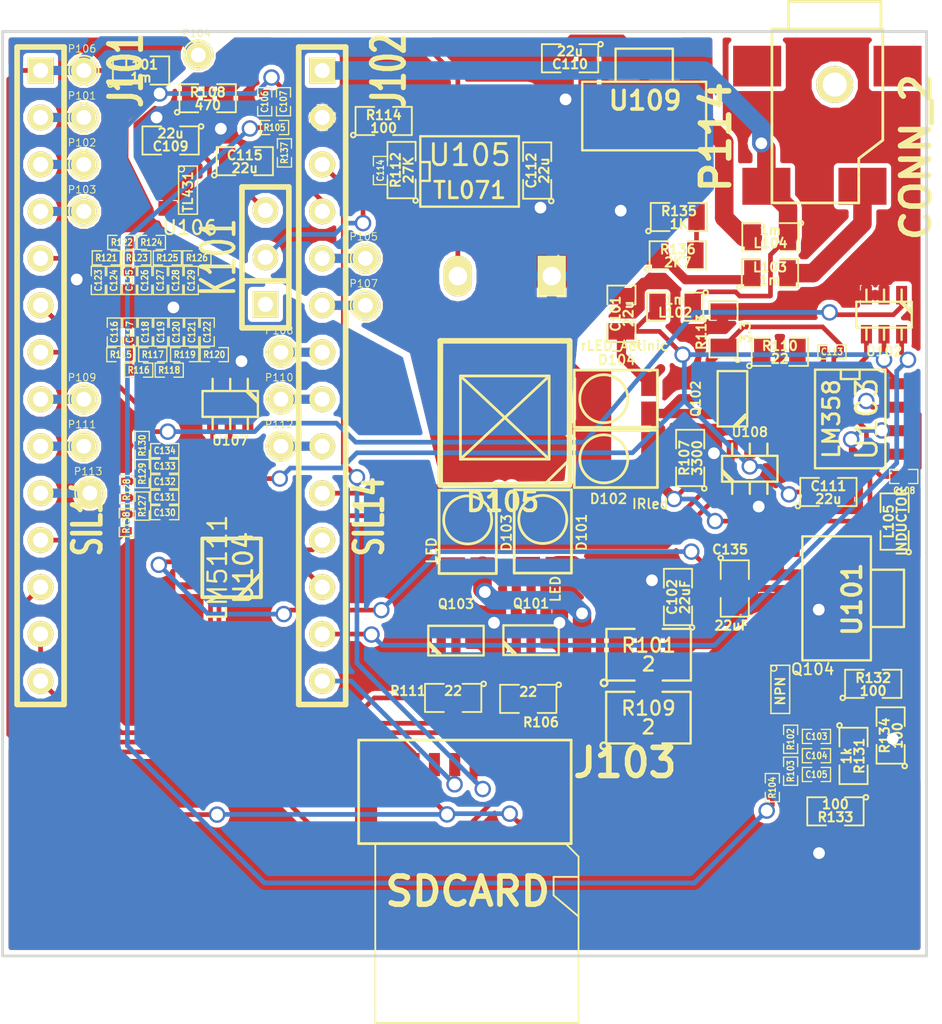
<source format=kicad_pcb>
(kicad_pcb (version 3) (host pcbnew "(2013-03-10 BZR 3992)-stable")
  (layers (15 F.Cu signal) (0 B.Cu signal) (18 B.Paste user) (19 F.Paste user) (20 B.SilkS user) (21 F.SilkS user) (22 B.Mask user) (23 F.Mask user) (28 Edge.Cuts user))
  (net 0 "")
  (net 1 /+5V)
  (net 2 "/A10 analog IN")
  (net 3 /ACT_SAT-LED)
  (net 4 /ACT_SAT_FB)
  (net 5 /ActVCC)
  (net 6 /Aref)
  (net 7 /DGND)
  (net 8 /DetVcc)
  (net 9 /Det_gnd)
  (net 10 /IR_CAL_filtered)
  (net 11 /PWM_calibration_intensity)
  (net 12 /PWMactpreset1)
  (net 13 /PWMactpreset2)
  (net 14 /SD_CLK)
  (net 15 /SD_CS)
  (net 16 /SD_MISO)
  (net 17 /SD_MOSI)
  (net 18 /Umeas1)
  (net 19 /Umeas2)
  (net 20 /actinic_filtered&switched)
  (net 21 /actinic_preset1)
  (net 22 /actinic_preset2)
  (net 23 /calibration_LED)
  (net 24 /pinK)
  (net 25 /signal)
  (net 26 GND)
  (net 27 N-000001)
  (net 28 N-0000010)
  (net 29 N-0000011)
  (net 30 N-0000013)
  (net 31 N-0000016)
  (net 32 N-0000019)
  (net 33 N-000002)
  (net 34 N-0000020)
  (net 35 N-0000021)
  (net 36 N-0000022)
  (net 37 N-0000023)
  (net 38 N-0000024)
  (net 39 N-0000025)
  (net 40 N-0000026)
  (net 41 N-0000027)
  (net 42 N-0000028)
  (net 43 N-0000029)
  (net 44 N-0000030)
  (net 45 N-0000031)
  (net 46 N-0000032)
  (net 47 N-0000033)
  (net 48 N-0000034)
  (net 49 N-0000035)
  (net 50 N-0000036)
  (net 51 N-0000037)
  (net 52 N-0000038)
  (net 53 N-0000039)
  (net 54 N-000004)
  (net 55 N-0000043)
  (net 56 N-0000049)
  (net 57 N-000005)
  (net 58 N-0000050)
  (net 59 N-0000051)
  (net 60 N-0000052)
  (net 61 N-0000053)
  (net 62 N-0000057)
  (net 63 N-0000058)
  (net 64 N-0000060)
  (net 65 N-0000061)
  (net 66 N-0000062)
  (net 67 N-0000063)
  (net 68 N-0000067)
  (net 69 N-0000069)
  (net 70 N-000007)
  (net 71 N-0000070)
  (net 72 N-0000071)
  (net 73 N-0000075)
  (net 74 N-0000076)
  (net 75 N-000008)
  (net 76 N-0000081)
  (net 77 N-0000082)
  (net 78 N-0000083)
  (net 79 N-0000084)
  (net 80 N-000009)
  (module SOT23 (layer F.Cu) (at 142.0876 135.6106 270)
    (fp_text reference Q104 (at -1.1176 -1.7526 360) (layer F.SilkS) (effects (font (size 0.6 0.6) (thickness 0.1))))
    (fp_text value NPN (at 0.0635 0 270) (layer F.SilkS) (effects (font (size 0.50038 0.50038) (thickness 0.09906))))
    (pad 3 smd rect (at 0 -1.09982 270) (size 0.8001 1.00076) (layers F.Cu F.Paste F.Mask) (net 76 N-0000081))
    (pad 2 smd rect (at 0.9525 1.09982 270) (size 0.8001 1.00076) (layers F.Cu F.Paste F.Mask) (net 77 N-0000082))
    (pad 1 smd rect (at -0.9525 1.09982 270) (size 0.8001 1.00076) (layers F.Cu F.Paste F.Mask) (net 53 N-0000039))
  )
  (module SOT23 (layer F.Cu) (at 110.0328 108.6104 270)
    (fp_text reference U106 (at 1.99898 -0.09906 360) (layer F.SilkS) (effects (font (size 0.762 0.762) (thickness 0.11938))))
    (fp_text value TL431 (at 0.0635 0 270) (layer F.SilkS) (effects (font (size 0.50038 0.50038) (thickness 0.09906))))
    (pad 3 smd rect (at 0 -1.09982 270) (size 0.8001 1.00076) (layers F.Cu F.Paste F.Mask) (net 6 /Aref))
    (pad 2 smd rect (at 0.9525 1.09982 270) (size 0.8001 1.00076) (layers F.Cu F.Paste F.Mask) (net 9 /Det_gnd))
    (pad 1 smd rect (at -0.9525 1.09982 270) (size 0.8001 1.00076) (layers F.Cu F.Paste F.Mask) (net 9 /Det_gnd))
  )
  (module SO8E (layer F.Cu) (at 125.2728 107.569)
    (fp_text reference U105 (at 0 -0.889) (layer F.SilkS) (effects (font (size 1.143 1.143) (thickness 0.1524))))
    (fp_text value TL071 (at 0 1.016) (layer F.SilkS) (effects (font (size 0.889 0.889) (thickness 0.1524))))
    (pad 8 smd rect (at -1.905 -2.667) (size 0.59944 1.39954) (layers F.Cu F.Paste F.Mask))
    (pad 1 smd rect (at -1.905 2.667) (size 0.59944 1.39954) (layers F.Cu F.Paste F.Mask))
    (pad 7 smd rect (at -0.635 -2.667) (size 0.59944 1.39954) (layers F.Cu F.Paste F.Mask) (net 8 /DetVcc))
    (pad 6 smd rect (at 0.635 -2.667) (size 0.59944 1.39954) (layers F.Cu F.Paste F.Mask) (net 25 /signal))
    (pad 5 smd rect (at 1.905 -2.667) (size 0.59944 1.39954) (layers F.Cu F.Paste F.Mask))
    (pad 2 smd rect (at -0.635 2.667) (size 0.59944 1.39954) (layers F.Cu F.Paste F.Mask) (net 24 /pinK))
    (pad 3 smd rect (at 0.635 2.667) (size 0.59944 1.39954) (layers F.Cu F.Paste F.Mask) (net 9 /Det_gnd))
    (pad 4 smd rect (at 1.905 2.667) (size 0.59944 1.39954) (layers F.Cu F.Paste F.Mask) (net 9 /Det_gnd))
  )
  (module SO8E (layer F.Cu) (at 145.8722 120.9548 270)
    (fp_text reference U103 (at 0 -0.889 270) (layer F.SilkS) (effects (font (size 1.143 1.143) (thickness 0.1524))))
    (fp_text value LM358 (at 0 1.016 270) (layer F.SilkS) (effects (font (size 0.889 0.889) (thickness 0.1524))))
    (pad 8 smd rect (at -1.905 -2.667 270) (size 0.59944 1.39954) (layers F.Cu F.Paste F.Mask) (net 5 /ActVCC))
    (pad 1 smd rect (at -1.905 2.667 270) (size 0.59944 1.39954) (layers F.Cu F.Paste F.Mask) (net 64 N-0000060))
    (pad 7 smd rect (at -0.635 -2.667 270) (size 0.59944 1.39954) (layers F.Cu F.Paste F.Mask) (net 23 /calibration_LED))
    (pad 6 smd rect (at 0.635 -2.667 270) (size 0.59944 1.39954) (layers F.Cu F.Paste F.Mask) (net 32 N-0000019))
    (pad 5 smd rect (at 1.905 -2.667 270) (size 0.59944 1.39954) (layers F.Cu F.Paste F.Mask) (net 48 N-0000034))
    (pad 2 smd rect (at -0.635 2.667 270) (size 0.59944 1.39954) (layers F.Cu F.Paste F.Mask) (net 4 /ACT_SAT_FB))
    (pad 3 smd rect (at 0.635 2.667 270) (size 0.59944 1.39954) (layers F.Cu F.Paste F.Mask) (net 20 /actinic_filtered&switched))
    (pad 4 smd rect (at 1.905 2.667 270) (size 0.59944 1.39954) (layers F.Cu F.Paste F.Mask) (net 26 GND))
  )
  (module SM0805 (layer F.Cu) (at 139.6238 130.1242 270)
    (fp_text reference C135 (at -2.1082 0.254 360) (layer F.SilkS) (effects (font (size 0.50038 0.50038) (thickness 0.10922))))
    (fp_text value 22uF (at 2.0066 0.1778 360) (layer F.SilkS) (effects (font (size 0.50038 0.50038) (thickness 0.10922))))
    (pad 1 smd rect (at -0.9525 0 270) (size 0.889 1.397) (layers F.Cu F.Paste F.Mask) (net 52 N-0000038))
    (pad 2 smd rect (at 0.9525 0 270) (size 0.889 1.397) (layers F.Cu F.Paste F.Mask) (net 26 GND))
  )
  (module SM0805 (layer F.Cu) (at 109.093 105.8926 180)
    (fp_text reference C109 (at 0 -0.3175 180) (layer F.SilkS) (effects (font (size 0.50038 0.50038) (thickness 0.10922))))
    (fp_text value 22u (at 0 0.381 180) (layer F.SilkS) (effects (font (size 0.50038 0.50038) (thickness 0.10922))))
    (pad 1 smd rect (at -0.9525 0 180) (size 0.889 1.397) (layers F.Cu F.Paste F.Mask) (net 6 /Aref))
    (pad 2 smd rect (at 0.9525 0 180) (size 0.889 1.397) (layers F.Cu F.Paste F.Mask) (net 9 /Det_gnd))
  )
  (module SM0805 (layer F.Cu) (at 113.1062 107.0102)
    (fp_text reference C115 (at 0 -0.3175) (layer F.SilkS) (effects (font (size 0.50038 0.50038) (thickness 0.10922))))
    (fp_text value 22u (at 0 0.381) (layer F.SilkS) (effects (font (size 0.50038 0.50038) (thickness 0.10922))))
    (pad 1 smd rect (at -0.9525 0) (size 0.889 1.397) (layers F.Cu F.Paste F.Mask) (net 6 /Aref))
    (pad 2 smd rect (at 0.9525 0) (size 0.889 1.397) (layers F.Cu F.Paste F.Mask) (net 9 /Det_gnd))
  )
  (module SM0805 (layer F.Cu) (at 137.2108 123.063 90)
    (fp_text reference R107 (at 0 -0.3175 90) (layer F.SilkS) (effects (font (size 0.50038 0.50038) (thickness 0.10922))))
    (fp_text value 3300 (at 0 0.381 90) (layer F.SilkS) (effects (font (size 0.50038 0.50038) (thickness 0.10922))))
    (pad 1 smd rect (at -0.9525 0 90) (size 0.889 1.397) (layers F.Cu F.Paste F.Mask) (net 32 N-0000019))
    (pad 2 smd rect (at 0.9525 0 90) (size 0.889 1.397) (layers F.Cu F.Paste F.Mask) (net 26 GND))
  )
  (module SM0805 (layer F.Cu) (at 133.4897 115.2652 90)
    (fp_text reference C101 (at 0 -0.3175 90) (layer F.SilkS) (effects (font (size 0.50038 0.50038) (thickness 0.10922))))
    (fp_text value 22u (at 0 0.381 90) (layer F.SilkS) (effects (font (size 0.50038 0.50038) (thickness 0.10922))))
    (pad 1 smd rect (at -0.9525 0 90) (size 0.889 1.397) (layers F.Cu F.Paste F.Mask) (net 5 /ActVCC))
    (pad 2 smd rect (at 0.9525 0 90) (size 0.889 1.397) (layers F.Cu F.Paste F.Mask) (net 26 GND))
  )
  (module SM0805 (layer F.Cu) (at 107.4928 102.108)
    (fp_text reference L101 (at 0 -0.3175) (layer F.SilkS) (effects (font (size 0.50038 0.50038) (thickness 0.10922))))
    (fp_text value 1m (at 0 0.381) (layer F.SilkS) (effects (font (size 0.50038 0.50038) (thickness 0.10922))))
    (pad 1 smd rect (at -0.9525 0) (size 0.889 1.397) (layers F.Cu F.Paste F.Mask) (net 7 /DGND))
    (pad 2 smd rect (at 0.9525 0) (size 0.889 1.397) (layers F.Cu F.Paste F.Mask) (net 26 GND))
  )
  (module SM0805 (layer F.Cu) (at 111.0996 103.6066)
    (fp_text reference R108 (at 0 -0.3175) (layer F.SilkS) (effects (font (size 0.50038 0.50038) (thickness 0.10922))))
    (fp_text value 470 (at 0 0.381) (layer F.SilkS) (effects (font (size 0.50038 0.50038) (thickness 0.10922))))
    (pad 1 smd rect (at -0.9525 0) (size 0.889 1.397) (layers F.Cu F.Paste F.Mask) (net 6 /Aref))
    (pad 2 smd rect (at 0.9525 0) (size 0.889 1.397) (layers F.Cu F.Paste F.Mask) (net 8 /DetVcc))
  )
  (module SM0805 (layer F.Cu) (at 136.5504 130.5814 90)
    (fp_text reference C102 (at 0 -0.3175 90) (layer F.SilkS) (effects (font (size 0.50038 0.50038) (thickness 0.10922))))
    (fp_text value 22uF (at 0 0.381 90) (layer F.SilkS) (effects (font (size 0.50038 0.50038) (thickness 0.10922))))
    (pad 1 smd rect (at -0.9525 0 90) (size 0.889 1.397) (layers F.Cu F.Paste F.Mask) (net 76 N-0000081))
    (pad 2 smd rect (at 0.9525 0 90) (size 0.889 1.397) (layers F.Cu F.Paste F.Mask) (net 26 GND))
  )
  (module SM0805 (layer F.Cu) (at 124.3838 136.0424 180)
    (fp_text reference R111 (at 2.4384 0.381 180) (layer F.SilkS) (effects (font (size 0.50038 0.50038) (thickness 0.10922))))
    (fp_text value 22 (at 0 0.381 180) (layer F.SilkS) (effects (font (size 0.50038 0.50038) (thickness 0.10922))))
    (pad 1 smd rect (at -0.9525 0 180) (size 0.889 1.397) (layers F.Cu F.Paste F.Mask) (net 80 N-000009))
    (pad 2 smd rect (at 0.9525 0 180) (size 0.889 1.397) (layers F.Cu F.Paste F.Mask) (net 28 N-0000010))
  )
  (module SM0805 (layer F.Cu) (at 128.4478 136.0932 180)
    (fp_text reference R106 (at -0.6858 -1.27 180) (layer F.SilkS) (effects (font (size 0.50038 0.50038) (thickness 0.10922))))
    (fp_text value 22 (at 0 0.381 180) (layer F.SilkS) (effects (font (size 0.50038 0.50038) (thickness 0.10922))))
    (pad 1 smd rect (at -0.9525 0 180) (size 0.889 1.397) (layers F.Cu F.Paste F.Mask) (net 75 N-000008))
    (pad 2 smd rect (at 0.9525 0 180) (size 0.889 1.397) (layers F.Cu F.Paste F.Mask) (net 29 N-0000011))
  )
  (module SM0805 (layer F.Cu) (at 136.5377 112.1029)
    (fp_text reference R136 (at 0 -0.3175) (layer F.SilkS) (effects (font (size 0.50038 0.50038) (thickness 0.10922))))
    (fp_text value 2K7 (at 0 0.381) (layer F.SilkS) (effects (font (size 0.50038 0.50038) (thickness 0.10922))))
    (pad 1 smd rect (at -0.9525 0) (size 0.889 1.397) (layers F.Cu F.Paste F.Mask) (net 9 /Det_gnd))
    (pad 2 smd rect (at 0.9525 0) (size 0.889 1.397) (layers F.Cu F.Paste F.Mask) (net 51 N-0000037))
  )
  (module SM0805 (layer F.Cu) (at 148.2725 126.5047 90)
    (fp_text reference L105 (at 0 -0.3175 90) (layer F.SilkS) (effects (font (size 0.50038 0.50038) (thickness 0.10922))))
    (fp_text value INDUCTOR (at 0 0.381 90) (layer F.SilkS) (effects (font (size 0.50038 0.50038) (thickness 0.10922))))
    (pad 1 smd rect (at -0.9525 0 90) (size 0.889 1.397) (layers F.Cu F.Paste F.Mask) (net 52 N-0000038))
    (pad 2 smd rect (at 0.9525 0 90) (size 0.889 1.397) (layers F.Cu F.Paste F.Mask) (net 5 /ActVCC))
  )
  (module SM0805 (layer F.Cu) (at 146.05 139.1793 270)
    (fp_text reference R131 (at 0 -0.3175 270) (layer F.SilkS) (effects (font (size 0.50038 0.50038) (thickness 0.10922))))
    (fp_text value 1k (at 0 0.381 270) (layer F.SilkS) (effects (font (size 0.50038 0.50038) (thickness 0.10922))))
    (pad 1 smd rect (at -0.9525 0 270) (size 0.889 1.397) (layers F.Cu F.Paste F.Mask) (net 76 N-0000081))
    (pad 2 smd rect (at 0.9525 0 270) (size 0.889 1.397) (layers F.Cu F.Paste F.Mask) (net 50 N-0000036))
  )
  (module SM0805 (layer F.Cu) (at 145.0721 142.1765 180)
    (fp_text reference R133 (at 0 -0.3175 180) (layer F.SilkS) (effects (font (size 0.50038 0.50038) (thickness 0.10922))))
    (fp_text value 100 (at 0 0.381 180) (layer F.SilkS) (effects (font (size 0.50038 0.50038) (thickness 0.10922))))
    (pad 1 smd rect (at -0.9525 0 180) (size 0.889 1.397) (layers F.Cu F.Paste F.Mask) (net 50 N-0000036))
    (pad 2 smd rect (at 0.9525 0 180) (size 0.889 1.397) (layers F.Cu F.Paste F.Mask) (net 26 GND))
  )
  (module SM0805 (layer F.Cu) (at 147.1168 135.2804)
    (fp_text reference R132 (at 0 -0.3175) (layer F.SilkS) (effects (font (size 0.50038 0.50038) (thickness 0.10922))))
    (fp_text value 100 (at 0 0.381) (layer F.SilkS) (effects (font (size 0.50038 0.50038) (thickness 0.10922))))
    (pad 1 smd rect (at -0.9525 0) (size 0.889 1.397) (layers F.Cu F.Paste F.Mask) (net 50 N-0000036))
    (pad 2 smd rect (at 0.9525 0) (size 0.889 1.397) (layers F.Cu F.Paste F.Mask) (net 53 N-0000039))
  )
  (module SM0805 (layer F.Cu) (at 148.0566 138.0744 90)
    (fp_text reference R134 (at 0 -0.3175 90) (layer F.SilkS) (effects (font (size 0.50038 0.50038) (thickness 0.10922))))
    (fp_text value 100 (at 0 0.381 90) (layer F.SilkS) (effects (font (size 0.50038 0.50038) (thickness 0.10922))))
    (pad 1 smd rect (at -0.9525 0 90) (size 0.889 1.397) (layers F.Cu F.Paste F.Mask) (net 26 GND))
    (pad 2 smd rect (at 0.9525 0 90) (size 0.889 1.397) (layers F.Cu F.Paste F.Mask) (net 53 N-0000039))
  )
  (module SM0805 (layer F.Cu) (at 136.6012 110.0328)
    (fp_text reference R135 (at 0 -0.3175) (layer F.SilkS) (effects (font (size 0.50038 0.50038) (thickness 0.10922))))
    (fp_text value 1K (at 0 0.381) (layer F.SilkS) (effects (font (size 0.50038 0.50038) (thickness 0.10922))))
    (pad 1 smd rect (at -0.9525 0) (size 0.889 1.397) (layers F.Cu F.Paste F.Mask) (net 8 /DetVcc))
    (pad 2 smd rect (at 0.9525 0) (size 0.889 1.397) (layers F.Cu F.Paste F.Mask) (net 51 N-0000037))
  )
  (module SM0805 (layer F.Cu) (at 121.5898 107.4928 90)
    (fp_text reference R112 (at 0 -0.3175 90) (layer F.SilkS) (effects (font (size 0.50038 0.50038) (thickness 0.10922))))
    (fp_text value 27K (at 0 0.381 90) (layer F.SilkS) (effects (font (size 0.50038 0.50038) (thickness 0.10922))))
    (pad 1 smd rect (at -0.9525 0 90) (size 0.889 1.397) (layers F.Cu F.Paste F.Mask) (net 24 /pinK))
    (pad 2 smd rect (at 0.9525 0 90) (size 0.889 1.397) (layers F.Cu F.Paste F.Mask) (net 25 /signal))
  )
  (module SM0805 (layer F.Cu) (at 128.9304 107.5182 90)
    (fp_text reference C112 (at 0 -0.3175 90) (layer F.SilkS) (effects (font (size 0.50038 0.50038) (thickness 0.10922))))
    (fp_text value 22u (at 0 0.381 90) (layer F.SilkS) (effects (font (size 0.50038 0.50038) (thickness 0.10922))))
    (pad 1 smd rect (at -0.9525 0 90) (size 0.889 1.397) (layers F.Cu F.Paste F.Mask) (net 9 /Det_gnd))
    (pad 2 smd rect (at 0.9525 0 90) (size 0.889 1.397) (layers F.Cu F.Paste F.Mask) (net 8 /DetVcc))
  )
  (module SM0805 (layer F.Cu) (at 141.5288 113.0681)
    (fp_text reference L103 (at 0 -0.3175) (layer F.SilkS) (effects (font (size 0.50038 0.50038) (thickness 0.10922))))
    (fp_text value 1m (at 0 0.381) (layer F.SilkS) (effects (font (size 0.50038 0.50038) (thickness 0.10922))))
    (pad 1 smd rect (at -0.9525 0) (size 0.889 1.397) (layers F.Cu F.Paste F.Mask) (net 9 /Det_gnd))
    (pad 2 smd rect (at 0.9525 0) (size 0.889 1.397) (layers F.Cu F.Paste F.Mask) (net 7 /DGND))
  )
  (module SM0805 (layer F.Cu) (at 130.7084 101.4476 180)
    (fp_text reference C110 (at 0 -0.3175 180) (layer F.SilkS) (effects (font (size 0.50038 0.50038) (thickness 0.10922))))
    (fp_text value 22u (at 0 0.381 180) (layer F.SilkS) (effects (font (size 0.50038 0.50038) (thickness 0.10922))))
    (pad 1 smd rect (at -0.9525 0 180) (size 0.889 1.397) (layers F.Cu F.Paste F.Mask) (net 62 N-0000057))
    (pad 2 smd rect (at 0.9525 0 180) (size 0.889 1.397) (layers F.Cu F.Paste F.Mask) (net 9 /Det_gnd))
  )
  (module SM0805 (layer F.Cu) (at 120.6246 104.8385)
    (fp_text reference R114 (at 0 -0.3175) (layer F.SilkS) (effects (font (size 0.50038 0.50038) (thickness 0.10922))))
    (fp_text value 100 (at 0 0.381) (layer F.SilkS) (effects (font (size 0.50038 0.50038) (thickness 0.10922))))
    (pad 1 smd rect (at -0.9525 0) (size 0.889 1.397) (layers F.Cu F.Paste F.Mask) (net 2 "/A10 analog IN"))
    (pad 2 smd rect (at 0.9525 0) (size 0.889 1.397) (layers F.Cu F.Paste F.Mask) (net 25 /signal))
  )
  (module SM0805 (layer F.Cu) (at 141.5542 111.125 180)
    (fp_text reference L104 (at 0 -0.3175 180) (layer F.SilkS) (effects (font (size 0.50038 0.50038) (thickness 0.10922))))
    (fp_text value 1m (at 0 0.381 180) (layer F.SilkS) (effects (font (size 0.50038 0.50038) (thickness 0.10922))))
    (pad 1 smd rect (at -0.9525 0 180) (size 0.889 1.397) (layers F.Cu F.Paste F.Mask) (net 1 /+5V))
    (pad 2 smd rect (at 0.9525 0 180) (size 0.889 1.397) (layers F.Cu F.Paste F.Mask) (net 62 N-0000057))
  )
  (module SM0805 (layer F.Cu) (at 142.0622 117.3226)
    (fp_text reference R110 (at 0 -0.3175) (layer F.SilkS) (effects (font (size 0.50038 0.50038) (thickness 0.10922))))
    (fp_text value 22 (at 0 0.381) (layer F.SilkS) (effects (font (size 0.50038 0.50038) (thickness 0.10922))))
    (pad 1 smd rect (at -0.9525 0) (size 0.889 1.397) (layers F.Cu F.Paste F.Mask) (net 65 N-0000061))
    (pad 2 smd rect (at 0.9525 0) (size 0.889 1.397) (layers F.Cu F.Paste F.Mask) (net 64 N-0000060))
  )
  (module SM0805 (layer F.Cu) (at 139.0142 116.1034 90)
    (fp_text reference R113 (at -0.1524 -1.1938 90) (layer F.SilkS) (effects (font (size 0.50038 0.50038) (thickness 0.10922))))
    (fp_text value 3.3 (at -0.1524 1.1938 90) (layer F.SilkS) (effects (font (size 0.50038 0.50038) (thickness 0.10922))))
    (pad 1 smd rect (at -0.9525 0 90) (size 0.889 1.397) (layers F.Cu F.Paste F.Mask) (net 4 /ACT_SAT_FB))
    (pad 2 smd rect (at 0.9525 0 90) (size 0.889 1.397) (layers F.Cu F.Paste F.Mask) (net 26 GND))
  )
  (module SM0805 (layer F.Cu) (at 136.398 114.8842 180)
    (fp_text reference L102 (at 0 -0.3175 180) (layer F.SilkS) (effects (font (size 0.50038 0.50038) (thickness 0.10922))))
    (fp_text value 1m (at 0 0.381 180) (layer F.SilkS) (effects (font (size 0.50038 0.50038) (thickness 0.10922))))
    (pad 1 smd rect (at -0.9525 0 180) (size 0.889 1.397) (layers F.Cu F.Paste F.Mask) (net 1 /+5V))
    (pad 2 smd rect (at 0.9525 0 180) (size 0.889 1.397) (layers F.Cu F.Paste F.Mask) (net 5 /ActVCC))
  )
  (module SM0805 (layer F.Cu) (at 144.6911 124.9045)
    (fp_text reference C111 (at 0 -0.3175) (layer F.SilkS) (effects (font (size 0.50038 0.50038) (thickness 0.10922))))
    (fp_text value 22u (at 0 0.381) (layer F.SilkS) (effects (font (size 0.50038 0.50038) (thickness 0.10922))))
    (pad 1 smd rect (at -0.9525 0) (size 0.889 1.397) (layers F.Cu F.Paste F.Mask) (net 5 /ActVCC))
    (pad 2 smd rect (at 0.9525 0) (size 0.889 1.397) (layers F.Cu F.Paste F.Mask) (net 26 GND))
  )
  (module SM0402 (layer F.Cu) (at 142.6464 138.2776 270)
    (fp_text reference R102 (at 0 0 270) (layer F.SilkS) (effects (font (size 0.35052 0.3048) (thickness 0.07112))))
    (fp_text value 3.3K hide)
    (pad 1 smd rect (at -0.44958 0 270) (size 0.39878 0.59944) (layers F.Cu F.Paste F.Mask) (net 77 N-0000082))
    (pad 2 smd rect (at 0.44958 0 270) (size 0.39878 0.59944) (layers F.Cu F.Paste F.Mask) (net 78 N-0000083))
  )
  (module SM0402 (layer F.Cu) (at 107.7214 116.2558 90)
    (fp_text reference C118 (at 0 0 90) (layer F.SilkS) (effects (font (size 0.35052 0.3048) (thickness 0.07112))))
    (fp_text value 10n hide)
    (pad 1 smd rect (at -0.44958 0 90) (size 0.39878 0.59944) (layers F.Cu F.Paste F.Mask) (net 60 N-0000052))
    (pad 2 smd rect (at 0.44958 0 90) (size 0.39878 0.59944) (layers F.Cu F.Paste F.Mask) (net 26 GND))
  )
  (module SM0402 (layer F.Cu) (at 144.0434 140.1826)
    (fp_text reference C105 (at 0 0) (layer F.SilkS) (effects (font (size 0.35052 0.3048) (thickness 0.07112))))
    (fp_text value 10n hide)
    (pad 1 smd rect (at -0.44958 0) (size 0.39878 0.59944) (layers F.Cu F.Paste F.Mask) (net 79 N-0000084))
    (pad 2 smd rect (at 0.44958 0) (size 0.39878 0.59944) (layers F.Cu F.Paste F.Mask) (net 26 GND))
  )
  (module SM0402 (layer F.Cu) (at 144.0434 139.1666)
    (fp_text reference C104 (at 0 0) (layer F.SilkS) (effects (font (size 0.35052 0.3048) (thickness 0.07112))))
    (fp_text value 10n hide)
    (pad 1 smd rect (at -0.44958 0) (size 0.39878 0.59944) (layers F.Cu F.Paste F.Mask) (net 78 N-0000083))
    (pad 2 smd rect (at 0.44958 0) (size 0.39878 0.59944) (layers F.Cu F.Paste F.Mask) (net 26 GND))
  )
  (module SM0402 (layer F.Cu) (at 144.0434 138.1252)
    (fp_text reference C103 (at 0 0) (layer F.SilkS) (effects (font (size 0.35052 0.3048) (thickness 0.07112))))
    (fp_text value 10n hide)
    (pad 1 smd rect (at -0.44958 0) (size 0.39878 0.59944) (layers F.Cu F.Paste F.Mask) (net 77 N-0000082))
    (pad 2 smd rect (at 0.44958 0) (size 0.39878 0.59944) (layers F.Cu F.Paste F.Mask) (net 26 GND))
  )
  (module SM0402 (layer F.Cu) (at 108.5596 116.2558 90)
    (fp_text reference C119 (at 0 0 90) (layer F.SilkS) (effects (font (size 0.35052 0.3048) (thickness 0.07112))))
    (fp_text value 10n hide)
    (pad 1 smd rect (at -0.44958 0 90) (size 0.39878 0.59944) (layers F.Cu F.Paste F.Mask) (net 61 N-0000053))
    (pad 2 smd rect (at 0.44958 0 90) (size 0.39878 0.59944) (layers F.Cu F.Paste F.Mask) (net 26 GND))
  )
  (module SM0402 (layer F.Cu) (at 106.4006 117.475)
    (fp_text reference R115 (at 0 0) (layer F.SilkS) (effects (font (size 0.35052 0.3048) (thickness 0.07112))))
    (fp_text value 3.3K hide)
    (pad 1 smd rect (at -0.44958 0) (size 0.39878 0.59944) (layers F.Cu F.Paste F.Mask) (net 12 /PWMactpreset1))
    (pad 2 smd rect (at 0.44958 0) (size 0.39878 0.59944) (layers F.Cu F.Paste F.Mask) (net 59 N-0000051))
  )
  (module SM0402 (layer F.Cu) (at 107.3658 118.3132)
    (fp_text reference R116 (at 0 0) (layer F.SilkS) (effects (font (size 0.35052 0.3048) (thickness 0.07112))))
    (fp_text value 3.3K hide)
    (pad 1 smd rect (at -0.44958 0) (size 0.39878 0.59944) (layers F.Cu F.Paste F.Mask) (net 59 N-0000051))
    (pad 2 smd rect (at 0.44958 0) (size 0.39878 0.59944) (layers F.Cu F.Paste F.Mask) (net 60 N-0000052))
  )
  (module SM0402 (layer F.Cu) (at 108.1278 117.475)
    (fp_text reference R117 (at 0 0) (layer F.SilkS) (effects (font (size 0.35052 0.3048) (thickness 0.07112))))
    (fp_text value 3.3K hide)
    (pad 1 smd rect (at -0.44958 0) (size 0.39878 0.59944) (layers F.Cu F.Paste F.Mask) (net 60 N-0000052))
    (pad 2 smd rect (at 0.44958 0) (size 0.39878 0.59944) (layers F.Cu F.Paste F.Mask) (net 61 N-0000053))
  )
  (module SM0402 (layer F.Cu) (at 107.5563 122.3899 90)
    (fp_text reference R130 (at 0 0 90) (layer F.SilkS) (effects (font (size 0.35052 0.3048) (thickness 0.07112))))
    (fp_text value 3.3K hide)
    (pad 1 smd rect (at -0.44958 0 90) (size 0.39878 0.59944) (layers F.Cu F.Paste F.Mask) (net 55 N-0000043))
    (pad 2 smd rect (at 0.44958 0 90) (size 0.39878 0.59944) (layers F.Cu F.Paste F.Mask) (net 10 /IR_CAL_filtered))
  )
  (module SM0402 (layer F.Cu) (at 108.7755 122.6693)
    (fp_text reference C134 (at 0 0) (layer F.SilkS) (effects (font (size 0.35052 0.3048) (thickness 0.07112))))
    (fp_text value 10n hide)
    (pad 1 smd rect (at -0.44958 0) (size 0.39878 0.59944) (layers F.Cu F.Paste F.Mask) (net 10 /IR_CAL_filtered))
    (pad 2 smd rect (at 0.44958 0) (size 0.39878 0.59944) (layers F.Cu F.Paste F.Mask) (net 26 GND))
  )
  (module SM0402 (layer F.Cu) (at 142.6464 140.0048 270)
    (fp_text reference R103 (at 0 0 270) (layer F.SilkS) (effects (font (size 0.35052 0.3048) (thickness 0.07112))))
    (fp_text value 3.3K hide)
    (pad 1 smd rect (at -0.44958 0 270) (size 0.39878 0.59944) (layers F.Cu F.Paste F.Mask) (net 78 N-0000083))
    (pad 2 smd rect (at 0.44958 0 270) (size 0.39878 0.59944) (layers F.Cu F.Paste F.Mask) (net 79 N-0000084))
  )
  (module SM0402 (layer F.Cu) (at 141.6558 140.8938 270)
    (fp_text reference R104 (at 0 0 270) (layer F.SilkS) (effects (font (size 0.35052 0.3048) (thickness 0.07112))))
    (fp_text value 3.3K hide)
    (pad 1 smd rect (at -0.44958 0 270) (size 0.39878 0.59944) (layers F.Cu F.Paste F.Mask) (net 79 N-0000084))
    (pad 2 smd rect (at 0.44958 0 270) (size 0.39878 0.59944) (layers F.Cu F.Paste F.Mask) (net 73 N-0000075))
  )
  (module SM0402 (layer F.Cu) (at 114.1857 103.7971 90)
    (fp_text reference C106 (at 0 0 90) (layer F.SilkS) (effects (font (size 0.35052 0.3048) (thickness 0.07112))))
    (fp_text value 10n hide)
    (pad 1 smd rect (at -0.44958 0 90) (size 0.39878 0.59944) (layers F.Cu F.Paste F.Mask) (net 73 N-0000075))
    (pad 2 smd rect (at 0.44958 0 90) (size 0.39878 0.59944) (layers F.Cu F.Paste F.Mask) (net 26 GND))
  )
  (module SM0402 (layer F.Cu) (at 115.2017 103.7971 90)
    (fp_text reference C107 (at 0 0 90) (layer F.SilkS) (effects (font (size 0.35052 0.3048) (thickness 0.07112))))
    (fp_text value 10n hide)
    (pad 1 smd rect (at -0.44958 0 90) (size 0.39878 0.59944) (layers F.Cu F.Paste F.Mask) (net 74 N-0000076))
    (pad 2 smd rect (at 0.44958 0 90) (size 0.39878 0.59944) (layers F.Cu F.Paste F.Mask) (net 26 GND))
  )
  (module SM0402 (layer F.Cu) (at 114.7191 105.1941)
    (fp_text reference R105 (at 0 0) (layer F.SilkS) (effects (font (size 0.35052 0.3048) (thickness 0.07112))))
    (fp_text value 3.3K hide)
    (pad 1 smd rect (at -0.44958 0) (size 0.39878 0.59944) (layers F.Cu F.Paste F.Mask) (net 73 N-0000075))
    (pad 2 smd rect (at 0.44958 0) (size 0.39878 0.59944) (layers F.Cu F.Paste F.Mask) (net 74 N-0000076))
  )
  (module SM0402 (layer F.Cu) (at 105.1814 113.4618 270)
    (fp_text reference C123 (at 0 0 270) (layer F.SilkS) (effects (font (size 0.35052 0.3048) (thickness 0.07112))))
    (fp_text value 10n hide)
    (pad 1 smd rect (at -0.44958 0 270) (size 0.39878 0.59944) (layers F.Cu F.Paste F.Mask) (net 13 /PWMactpreset2))
    (pad 2 smd rect (at 0.44958 0 270) (size 0.39878 0.59944) (layers F.Cu F.Paste F.Mask) (net 26 GND))
  )
  (module SM0402 (layer F.Cu) (at 106.8832 116.2558 90)
    (fp_text reference C117 (at 0 0 90) (layer F.SilkS) (effects (font (size 0.35052 0.3048) (thickness 0.07112))))
    (fp_text value 10n hide)
    (pad 1 smd rect (at -0.44958 0 90) (size 0.39878 0.59944) (layers F.Cu F.Paste F.Mask) (net 59 N-0000051))
    (pad 2 smd rect (at 0.44958 0 90) (size 0.39878 0.59944) (layers F.Cu F.Paste F.Mask) (net 26 GND))
  )
  (module SM0402 (layer F.Cu) (at 106.045 116.2558 90)
    (fp_text reference C116 (at 0 0 90) (layer F.SilkS) (effects (font (size 0.35052 0.3048) (thickness 0.07112))))
    (fp_text value 10n hide)
    (pad 1 smd rect (at -0.44958 0 90) (size 0.39878 0.59944) (layers F.Cu F.Paste F.Mask) (net 12 /PWMactpreset1))
    (pad 2 smd rect (at 0.44958 0 90) (size 0.39878 0.59944) (layers F.Cu F.Paste F.Mask) (net 26 GND))
  )
  (module SM0402 (layer F.Cu) (at 144.8816 117.3226)
    (fp_text reference C113 (at 0 0) (layer F.SilkS) (effects (font (size 0.35052 0.3048) (thickness 0.07112))))
    (fp_text value 100p hide)
    (pad 1 smd rect (at -0.44958 0) (size 0.39878 0.59944) (layers F.Cu F.Paste F.Mask) (net 64 N-0000060))
    (pad 2 smd rect (at 0.44958 0) (size 0.39878 0.59944) (layers F.Cu F.Paste F.Mask) (net 4 /ACT_SAT_FB))
  )
  (module SM0402 (layer F.Cu) (at 120.4468 107.5182 90)
    (fp_text reference C114 (at 0 0 90) (layer F.SilkS) (effects (font (size 0.35052 0.3048) (thickness 0.07112))))
    (fp_text value 10p hide)
    (pad 1 smd rect (at -0.44958 0 90) (size 0.39878 0.59944) (layers F.Cu F.Paste F.Mask) (net 24 /pinK))
    (pad 2 smd rect (at 0.44958 0 90) (size 0.39878 0.59944) (layers F.Cu F.Paste F.Mask) (net 25 /signal))
  )
  (module SM0402 (layer F.Cu) (at 108.7755 123.5075)
    (fp_text reference C133 (at 0 0) (layer F.SilkS) (effects (font (size 0.35052 0.3048) (thickness 0.07112))))
    (fp_text value 10n hide)
    (pad 1 smd rect (at -0.44958 0) (size 0.39878 0.59944) (layers F.Cu F.Paste F.Mask) (net 55 N-0000043))
    (pad 2 smd rect (at 0.44958 0) (size 0.39878 0.59944) (layers F.Cu F.Paste F.Mask) (net 26 GND))
  )
  (module SM0402 (layer F.Cu) (at 106.0196 113.4618 270)
    (fp_text reference C124 (at 0 0 270) (layer F.SilkS) (effects (font (size 0.35052 0.3048) (thickness 0.07112))))
    (fp_text value 10n hide)
    (pad 1 smd rect (at -0.44958 0 270) (size 0.39878 0.59944) (layers F.Cu F.Paste F.Mask) (net 69 N-0000069))
    (pad 2 smd rect (at 0.44958 0 270) (size 0.39878 0.59944) (layers F.Cu F.Paste F.Mask) (net 26 GND))
  )
  (module SM0402 (layer F.Cu) (at 106.8578 113.4618 270)
    (fp_text reference C125 (at 0 0 270) (layer F.SilkS) (effects (font (size 0.35052 0.3048) (thickness 0.07112))))
    (fp_text value 10n hide)
    (pad 1 smd rect (at -0.44958 0 270) (size 0.39878 0.59944) (layers F.Cu F.Paste F.Mask) (net 71 N-0000070))
    (pad 2 smd rect (at 0.44958 0 270) (size 0.39878 0.59944) (layers F.Cu F.Paste F.Mask) (net 26 GND))
  )
  (module SM0402 (layer F.Cu) (at 107.696 113.4618 270)
    (fp_text reference C126 (at 0 0 270) (layer F.SilkS) (effects (font (size 0.35052 0.3048) (thickness 0.07112))))
    (fp_text value 10n hide)
    (pad 1 smd rect (at -0.44958 0 270) (size 0.39878 0.59944) (layers F.Cu F.Paste F.Mask) (net 72 N-0000071))
    (pad 2 smd rect (at 0.44958 0 270) (size 0.39878 0.59944) (layers F.Cu F.Paste F.Mask) (net 26 GND))
  )
  (module SM0402 (layer F.Cu) (at 105.6132 112.2426)
    (fp_text reference R121 (at 0 0) (layer F.SilkS) (effects (font (size 0.35052 0.3048) (thickness 0.07112))))
    (fp_text value 3.3K hide)
    (pad 1 smd rect (at -0.44958 0) (size 0.39878 0.59944) (layers F.Cu F.Paste F.Mask) (net 13 /PWMactpreset2))
    (pad 2 smd rect (at 0.44958 0) (size 0.39878 0.59944) (layers F.Cu F.Paste F.Mask) (net 69 N-0000069))
  )
  (module SM0402 (layer F.Cu) (at 106.4514 111.4044)
    (fp_text reference R122 (at 0 0) (layer F.SilkS) (effects (font (size 0.35052 0.3048) (thickness 0.07112))))
    (fp_text value 3.3K hide)
    (pad 1 smd rect (at -0.44958 0) (size 0.39878 0.59944) (layers F.Cu F.Paste F.Mask) (net 69 N-0000069))
    (pad 2 smd rect (at 0.44958 0) (size 0.39878 0.59944) (layers F.Cu F.Paste F.Mask) (net 71 N-0000070))
  )
  (module SM0402 (layer F.Cu) (at 107.2642 112.2426)
    (fp_text reference R123 (at 0 0) (layer F.SilkS) (effects (font (size 0.35052 0.3048) (thickness 0.07112))))
    (fp_text value 3.3K hide)
    (pad 1 smd rect (at -0.44958 0) (size 0.39878 0.59944) (layers F.Cu F.Paste F.Mask) (net 71 N-0000070))
    (pad 2 smd rect (at 0.44958 0) (size 0.39878 0.59944) (layers F.Cu F.Paste F.Mask) (net 72 N-0000071))
  )
  (module SM0402 (layer F.Cu) (at 108.0516 111.4044)
    (fp_text reference R124 (at 0 0) (layer F.SilkS) (effects (font (size 0.35052 0.3048) (thickness 0.07112))))
    (fp_text value 3.3K hide)
    (pad 1 smd rect (at -0.44958 0) (size 0.39878 0.59944) (layers F.Cu F.Paste F.Mask) (net 72 N-0000071))
    (pad 2 smd rect (at 0.44958 0) (size 0.39878 0.59944) (layers F.Cu F.Paste F.Mask) (net 66 N-0000062))
  )
  (module SM0402 (layer F.Cu) (at 108.5342 113.4618 270)
    (fp_text reference C127 (at 0 0 270) (layer F.SilkS) (effects (font (size 0.35052 0.3048) (thickness 0.07112))))
    (fp_text value 10n hide)
    (pad 1 smd rect (at -0.44958 0 270) (size 0.39878 0.59944) (layers F.Cu F.Paste F.Mask) (net 66 N-0000062))
    (pad 2 smd rect (at 0.44958 0 270) (size 0.39878 0.59944) (layers F.Cu F.Paste F.Mask) (net 26 GND))
  )
  (module SM0402 (layer F.Cu) (at 109.3724 113.4618 270)
    (fp_text reference C128 (at 0 0 270) (layer F.SilkS) (effects (font (size 0.35052 0.3048) (thickness 0.07112))))
    (fp_text value 10n hide)
    (pad 1 smd rect (at -0.44958 0 270) (size 0.39878 0.59944) (layers F.Cu F.Paste F.Mask) (net 67 N-0000063))
    (pad 2 smd rect (at 0.44958 0 270) (size 0.39878 0.59944) (layers F.Cu F.Paste F.Mask) (net 26 GND))
  )
  (module SM0402 (layer F.Cu) (at 110.2106 113.4618 270)
    (fp_text reference C129 (at 0 0 270) (layer F.SilkS) (effects (font (size 0.35052 0.3048) (thickness 0.07112))))
    (fp_text value 10n hide)
    (pad 1 smd rect (at -0.44958 0 270) (size 0.39878 0.59944) (layers F.Cu F.Paste F.Mask) (net 22 /actinic_preset2))
    (pad 2 smd rect (at 0.44958 0 270) (size 0.39878 0.59944) (layers F.Cu F.Paste F.Mask) (net 26 GND))
  )
  (module SM0402 (layer F.Cu) (at 108.9152 112.2426)
    (fp_text reference R125 (at 0 0) (layer F.SilkS) (effects (font (size 0.35052 0.3048) (thickness 0.07112))))
    (fp_text value 3.3K hide)
    (pad 1 smd rect (at -0.44958 0) (size 0.39878 0.59944) (layers F.Cu F.Paste F.Mask) (net 66 N-0000062))
    (pad 2 smd rect (at 0.44958 0) (size 0.39878 0.59944) (layers F.Cu F.Paste F.Mask) (net 67 N-0000063))
  )
  (module SM0402 (layer F.Cu) (at 110.5154 112.2426)
    (fp_text reference R126 (at 0 0) (layer F.SilkS) (effects (font (size 0.35052 0.3048) (thickness 0.07112))))
    (fp_text value 3.3K hide)
    (pad 1 smd rect (at -0.44958 0) (size 0.39878 0.59944) (layers F.Cu F.Paste F.Mask) (net 67 N-0000063))
    (pad 2 smd rect (at 0.44958 0) (size 0.39878 0.59944) (layers F.Cu F.Paste F.Mask) (net 22 /actinic_preset2))
  )
  (module SM0402 (layer F.Cu) (at 111.4552 117.475)
    (fp_text reference R120 (at 0 0) (layer F.SilkS) (effects (font (size 0.35052 0.3048) (thickness 0.07112))))
    (fp_text value 3.3K hide)
    (pad 1 smd rect (at -0.44958 0) (size 0.39878 0.59944) (layers F.Cu F.Paste F.Mask) (net 68 N-0000067))
    (pad 2 smd rect (at 0.44958 0) (size 0.39878 0.59944) (layers F.Cu F.Paste F.Mask) (net 21 /actinic_preset1))
  )
  (module SM0402 (layer F.Cu) (at 109.855 117.475)
    (fp_text reference R119 (at 0 0) (layer F.SilkS) (effects (font (size 0.35052 0.3048) (thickness 0.07112))))
    (fp_text value 3.3K hide)
    (pad 1 smd rect (at -0.44958 0) (size 0.39878 0.59944) (layers F.Cu F.Paste F.Mask) (net 63 N-0000058))
    (pad 2 smd rect (at 0.44958 0) (size 0.39878 0.59944) (layers F.Cu F.Paste F.Mask) (net 68 N-0000067))
  )
  (module SM0402 (layer F.Cu) (at 111.0742 116.2558 90)
    (fp_text reference C122 (at 0 0 90) (layer F.SilkS) (effects (font (size 0.35052 0.3048) (thickness 0.07112))))
    (fp_text value 10n hide)
    (pad 1 smd rect (at -0.44958 0 90) (size 0.39878 0.59944) (layers F.Cu F.Paste F.Mask) (net 21 /actinic_preset1))
    (pad 2 smd rect (at 0.44958 0 90) (size 0.39878 0.59944) (layers F.Cu F.Paste F.Mask) (net 26 GND))
  )
  (module SM0402 (layer F.Cu) (at 107.5563 123.9139 90)
    (fp_text reference R129 (at 0 0 90) (layer F.SilkS) (effects (font (size 0.35052 0.3048) (thickness 0.07112))))
    (fp_text value 3.3K hide)
    (pad 1 smd rect (at -0.44958 0 90) (size 0.39878 0.59944) (layers F.Cu F.Paste F.Mask) (net 58 N-0000050))
    (pad 2 smd rect (at 0.44958 0 90) (size 0.39878 0.59944) (layers F.Cu F.Paste F.Mask) (net 55 N-0000043))
  )
  (module SM0402 (layer F.Cu) (at 106.7181 124.7775 90)
    (fp_text reference R128 (at 0 0 90) (layer F.SilkS) (effects (font (size 0.35052 0.3048) (thickness 0.07112))))
    (fp_text value 3.3K hide)
    (pad 1 smd rect (at -0.44958 0 90) (size 0.39878 0.59944) (layers F.Cu F.Paste F.Mask) (net 56 N-0000049))
    (pad 2 smd rect (at 0.44958 0 90) (size 0.39878 0.59944) (layers F.Cu F.Paste F.Mask) (net 58 N-0000050))
  )
  (module SM0402 (layer F.Cu) (at 107.5563 125.6665 90)
    (fp_text reference R127 (at 0 0 90) (layer F.SilkS) (effects (font (size 0.35052 0.3048) (thickness 0.07112))))
    (fp_text value 3.3K hide)
    (pad 1 smd rect (at -0.44958 0 90) (size 0.39878 0.59944) (layers F.Cu F.Paste F.Mask) (net 11 /PWM_calibration_intensity))
    (pad 2 smd rect (at 0.44958 0 90) (size 0.39878 0.59944) (layers F.Cu F.Paste F.Mask) (net 56 N-0000049))
  )
  (module SM0402 (layer F.Cu) (at 108.7755 124.3457)
    (fp_text reference C132 (at 0 0) (layer F.SilkS) (effects (font (size 0.35052 0.3048) (thickness 0.07112))))
    (fp_text value 10n hide)
    (pad 1 smd rect (at -0.44958 0) (size 0.39878 0.59944) (layers F.Cu F.Paste F.Mask) (net 58 N-0000050))
    (pad 2 smd rect (at 0.44958 0) (size 0.39878 0.59944) (layers F.Cu F.Paste F.Mask) (net 26 GND))
  )
  (module SM0402 (layer F.Cu) (at 108.7755 125.1839)
    (fp_text reference C131 (at 0 0) (layer F.SilkS) (effects (font (size 0.35052 0.3048) (thickness 0.07112))))
    (fp_text value 10n hide)
    (pad 1 smd rect (at -0.44958 0) (size 0.39878 0.59944) (layers F.Cu F.Paste F.Mask) (net 56 N-0000049))
    (pad 2 smd rect (at 0.44958 0) (size 0.39878 0.59944) (layers F.Cu F.Paste F.Mask) (net 26 GND))
  )
  (module SM0402 (layer F.Cu) (at 108.7755 126.0221)
    (fp_text reference C130 (at 0 0) (layer F.SilkS) (effects (font (size 0.35052 0.3048) (thickness 0.07112))))
    (fp_text value 10n hide)
    (pad 1 smd rect (at -0.44958 0) (size 0.39878 0.59944) (layers F.Cu F.Paste F.Mask) (net 11 /PWM_calibration_intensity))
    (pad 2 smd rect (at 0.44958 0) (size 0.39878 0.59944) (layers F.Cu F.Paste F.Mask) (net 26 GND))
  )
  (module SM0402 (layer F.Cu) (at 148.7678 124.0663 180)
    (fp_text reference C108 (at -0.0254 -0.762 180) (layer F.SilkS) (effects (font (size 0.35052 0.3048) (thickness 0.07112))))
    (fp_text value 100p hide)
    (pad 1 smd rect (at -0.44958 0 180) (size 0.39878 0.59944) (layers F.Cu F.Paste F.Mask) (net 23 /calibration_LED))
    (pad 2 smd rect (at 0.44958 0 180) (size 0.39878 0.59944) (layers F.Cu F.Paste F.Mask) (net 32 N-0000019))
  )
  (module SM0402 (layer F.Cu) (at 109.0168 118.3132)
    (fp_text reference R118 (at 0 0) (layer F.SilkS) (effects (font (size 0.35052 0.3048) (thickness 0.07112))))
    (fp_text value 3.3K hide)
    (pad 1 smd rect (at -0.44958 0) (size 0.39878 0.59944) (layers F.Cu F.Paste F.Mask) (net 61 N-0000053))
    (pad 2 smd rect (at 0.44958 0) (size 0.39878 0.59944) (layers F.Cu F.Paste F.Mask) (net 63 N-0000058))
  )
  (module SM0402 (layer F.Cu) (at 109.3978 116.2558 90)
    (fp_text reference C120 (at 0 0 90) (layer F.SilkS) (effects (font (size 0.35052 0.3048) (thickness 0.07112))))
    (fp_text value 10n hide)
    (pad 1 smd rect (at -0.44958 0 90) (size 0.39878 0.59944) (layers F.Cu F.Paste F.Mask) (net 63 N-0000058))
    (pad 2 smd rect (at 0.44958 0 90) (size 0.39878 0.59944) (layers F.Cu F.Paste F.Mask) (net 26 GND))
  )
  (module SM0402 (layer F.Cu) (at 110.236 116.2558 90)
    (fp_text reference C121 (at 0 0 90) (layer F.SilkS) (effects (font (size 0.35052 0.3048) (thickness 0.07112))))
    (fp_text value 10n hide)
    (pad 1 smd rect (at -0.44958 0 90) (size 0.39878 0.59944) (layers F.Cu F.Paste F.Mask) (net 68 N-0000067))
    (pad 2 smd rect (at 0.44958 0 90) (size 0.39878 0.59944) (layers F.Cu F.Paste F.Mask) (net 26 GND))
  )
  (module SIL-3 (layer F.Cu) (at 114.2238 112.2172 90)
    (fp_text reference K101 (at 0 -2.54 90) (layer F.SilkS) (effects (font (size 1.7907 1.07696) (thickness 0.2))))
    (fp_text value CONN_3 hide)
    (pad 1 thru_hole rect (at -2.54 0 90) (size 1.397 1.397) (drill 0.812799) (layers *.Cu *.Mask F.SilkS))
    (pad 2 thru_hole circle (at 0 0 90) (size 1.397 1.397) (drill 0.812799) (layers *.Cu *.Mask F.SilkS) (net 2 "/A10 analog IN"))
    (pad 3 thru_hole circle (at 2.54 0 90) (size 1.397 1.397) (drill 0.812799) (layers *.Cu *.Mask F.SilkS) (net 6 /Aref))
  )
  (module SIL-14 (layer F.Cu) (at 102.0572 118.618 270)
    (fp_text reference J101 (at -16.51 -4.6228 270) (layer F.SilkS) (effects (font (size 1.72974 1.08712) (thickness 0.3048))))
    (fp_text value SIL14 (at 7.62 -2.54 270) (layer F.SilkS) (effects (font (size 1.524 1.016) (thickness 0.3048))))
    (pad 1 thru_hole rect (at -16.51 0 270) (size 1.397 1.397) (drill 0.812799) (layers *.Cu *.Mask F.SilkS) (net 7 /DGND))
    (pad 2 thru_hole circle (at -13.97 0 270) (size 1.397 1.397) (drill 0.812799) (layers *.Cu *.Mask F.SilkS) (net 42 N-0000028))
    (pad 3 thru_hole circle (at -11.43 0 270) (size 1.397 1.397) (drill 0.812799) (layers *.Cu *.Mask F.SilkS) (net 41 N-0000027))
    (pad 4 thru_hole circle (at -8.89 0 270) (size 1.397 1.397) (drill 0.812799) (layers *.Cu *.Mask F.SilkS) (net 40 N-0000026))
    (pad 5 thru_hole circle (at -6.35 0 270) (size 1.397 1.397) (drill 0.812799) (layers *.Cu *.Mask F.SilkS) (net 13 /PWMactpreset2))
    (pad 6 thru_hole circle (at -3.81 0 270) (size 1.397 1.397) (drill 0.812799) (layers *.Cu *.Mask F.SilkS) (net 12 /PWMactpreset1))
    (pad 7 thru_hole circle (at -1.27 0 270) (size 1.397 1.397) (drill 0.812799) (layers *.Cu *.Mask F.SilkS) (net 31 N-0000016))
    (pad 8 thru_hole circle (at 1.27 0 270) (size 1.397 1.397) (drill 0.812799) (layers *.Cu *.Mask F.SilkS) (net 36 N-0000022))
    (pad 9 thru_hole circle (at 3.81 0 270) (size 1.397 1.397) (drill 0.812799) (layers *.Cu *.Mask F.SilkS) (net 39 N-0000025))
    (pad 10 thru_hole circle (at 6.35 0 270) (size 1.397 1.397) (drill 0.812799) (layers *.Cu *.Mask F.SilkS) (net 38 N-0000024))
    (pad 11 thru_hole circle (at 8.89 0 270) (size 1.397 1.397) (drill 0.812799) (layers *.Cu *.Mask F.SilkS) (net 47 N-0000033))
    (pad 12 thru_hole circle (at 11.43 0 270) (size 1.397 1.397) (drill 0.812799) (layers *.Cu *.Mask F.SilkS) (net 15 /SD_CS))
    (pad 13 thru_hole circle (at 13.97 0 270) (size 1.397 1.397) (drill 0.812799) (layers *.Cu *.Mask F.SilkS) (net 17 /SD_MOSI))
    (pad 14 thru_hole circle (at 16.51 0 270) (size 1.397 1.397) (drill 0.812799) (layers *.Cu *.Mask F.SilkS) (net 16 /SD_MISO))
  )
  (module SIL-14 (layer F.Cu) (at 117.2972 118.618 270)
    (fp_text reference J102 (at -16.51 -3.6068 270) (layer F.SilkS) (effects (font (size 1.72974 1.08712) (thickness 0.3048))))
    (fp_text value SIL14 (at 7.62 -2.54 270) (layer F.SilkS) (effects (font (size 1.524 1.016) (thickness 0.3048))))
    (pad 1 thru_hole rect (at -16.51 0 270) (size 1.397 1.397) (drill 0.812799) (layers *.Cu *.Mask F.SilkS) (net 1 /+5V))
    (pad 2 thru_hole circle (at -13.97 0 270) (size 1.397 1.397) (drill 0.812799) (layers *.Cu *.Mask F.SilkS) (net 9 /Det_gnd))
    (pad 3 thru_hole circle (at -11.43 0 270) (size 1.397 1.397) (drill 0.812799) (layers *.Cu *.Mask F.SilkS) (net 30 N-0000013))
    (pad 4 thru_hole circle (at -8.89 0 270) (size 1.397 1.397) (drill 0.812799) (layers *.Cu *.Mask F.SilkS) (net 33 N-000002))
    (pad 5 thru_hole circle (at -6.35 0 270) (size 1.397 1.397) (drill 0.812799) (layers *.Cu *.Mask F.SilkS) (net 46 N-0000032))
    (pad 6 thru_hole circle (at -3.81 0 270) (size 1.397 1.397) (drill 0.812799) (layers *.Cu *.Mask F.SilkS) (net 45 N-0000031))
    (pad 7 thru_hole circle (at -1.27 0 270) (size 1.397 1.397) (drill 0.812799) (layers *.Cu *.Mask F.SilkS) (net 44 N-0000030))
    (pad 8 thru_hole circle (at 1.27 0 270) (size 1.397 1.397) (drill 0.812799) (layers *.Cu *.Mask F.SilkS) (net 43 N-0000029))
    (pad 9 thru_hole circle (at 3.81 0 270) (size 1.397 1.397) (drill 0.812799) (layers *.Cu *.Mask F.SilkS) (net 37 N-0000023))
    (pad 10 thru_hole circle (at 6.35 0 270) (size 1.397 1.397) (drill 0.812799) (layers *.Cu *.Mask F.SilkS) (net 57 N-000005))
    (pad 11 thru_hole circle (at 8.89 0 270) (size 1.397 1.397) (drill 0.812799) (layers *.Cu *.Mask F.SilkS) (net 19 /Umeas2))
    (pad 12 thru_hole circle (at 11.43 0 270) (size 1.397 1.397) (drill 0.812799) (layers *.Cu *.Mask F.SilkS) (net 18 /Umeas1))
    (pad 13 thru_hole circle (at 13.97 0 270) (size 1.397 1.397) (drill 0.812799) (layers *.Cu *.Mask F.SilkS) (net 54 N-000004))
    (pad 14 thru_hole circle (at 16.51 0 270) (size 1.397 1.397) (drill 0.812799) (layers *.Cu *.Mask F.SilkS) (net 14 /SD_CLK))
  )
  (module SDcard (layer F.Cu) (at 125.0188 141.1224)
    (fp_text reference J103 (at 8.6614 -1.5748) (layer F.SilkS) (effects (font (size 1.524 1.524) (thickness 0.3048))))
    (fp_text value SDCARD (at 0.1524 5.3848) (layer F.SilkS) (effects (font (size 1.524 1.524) (thickness 0.3048))))
    (pad 1 smd rect (at 3.85 -1.475) (size 0.6 1.25) (layers F.Cu F.Paste F.Mask))
    (pad 2 smd rect (at 2.75 -1.475) (size 0.6 1.25) (layers F.Cu F.Paste F.Mask) (net 15 /SD_CS))
    (pad 3 smd rect (at 1.65 -1.475) (size 0.6 1.25) (layers F.Cu F.Paste F.Mask) (net 17 /SD_MOSI))
    (pad 4 smd rect (at 0.55 -1.475) (size 0.6 1.25) (layers F.Cu F.Paste F.Mask) (net 30 N-0000013))
    (pad 5 smd rect (at -0.55 -1.475) (size 0.6 1.25) (layers F.Cu F.Paste F.Mask) (net 14 /SD_CLK))
    (pad 6 smd rect (at -1.65 -1.475) (size 0.6 1.25) (layers F.Cu F.Paste F.Mask) (net 7 /DGND))
    (pad 7 smd rect (at -2.75 -1.475) (size 0.6 1.25) (layers F.Cu F.Paste F.Mask) (net 16 /SD_MISO))
    (pad 8 smd rect (at -3.85 -1.475) (size 0.6 1.25) (layers F.Cu F.Paste F.Mask))
    (pad 0 smd rect (at -5.35 1) (size 1.2 3.79) (layers F.Cu F.Paste F.Mask))
    (pad 0 smd rect (at 5.2 0.25) (size 1.45 1.4) (layers F.Cu F.Paste F.Mask))
    (pad 9 smd rect (at 5.45 1.62) (size 0.95 0.85) (layers F.Cu F.Paste F.Mask) (net 7 /DGND))
    (pad 10 smd rect (at 4.775 2.572) (size 0.95 0.85) (layers F.Cu F.Paste F.Mask))
  )
  (module Pin_diode_SIP_down (layer F.Cu) (at 127.1778 120.8786 180)
    (fp_text reference D105 (at 0.1143 -4.5593 180) (layer F.SilkS) (effects (font (size 1.016 1.016) (thickness 0.2032))))
    (fp_text value SMALL_DIODE_PHOTODIODE hide)
    (pad 1 thru_hole rect (at -2.54 7.65 180) (size 1.524 2.19964) (drill 1.00076) (layers *.Cu *.Mask F.SilkS) (net 9 /Det_gnd))
    (pad 2 thru_hole oval (at 2.54 7.65 180) (size 1.524 2.19964) (drill 1.00076) (layers *.Cu *.Mask F.SilkS) (net 24 /pinK))
  )
  (module MSOP_8 (layer F.Cu) (at 112.395 129.0066 90)
    (fp_text reference U104 (at 0 0.635 90) (layer F.SilkS) (effects (font (size 1.00076 1.00076) (thickness 0.1524))))
    (fp_text value LM5111 (at 0 -0.762 90) (layer F.SilkS) (effects (font (size 1.00076 1.00076) (thickness 0.127))))
    (pad 1 smd rect (at -0.97536 2.159 90) (size 0.381 1.27) (layers F.Cu F.Paste F.Mask))
    (pad 2 smd rect (at -0.32512 2.159 90) (size 0.381 1.27) (layers F.Cu F.Paste F.Mask) (net 18 /Umeas1))
    (pad 3 smd rect (at 0.32512 2.159 90) (size 0.381 1.27) (layers F.Cu F.Paste F.Mask) (net 26 GND))
    (pad 4 smd rect (at 0.97536 2.159 90) (size 0.381 1.27) (layers F.Cu F.Paste F.Mask) (net 19 /Umeas2))
    (pad 5 smd rect (at 0.97536 -2.159 90) (size 0.381 1.27) (layers F.Cu F.Paste F.Mask) (net 28 N-0000010))
    (pad 6 smd rect (at 0.32512 -2.159 90) (size 0.381 1.27) (layers F.Cu F.Paste F.Mask) (net 52 N-0000038))
    (pad 7 smd rect (at -0.32512 -2.159 90) (size 0.381 1.27) (layers F.Cu F.Paste F.Mask) (net 29 N-0000011))
    (pad 8 smd rect (at -0.97536 -2.159 90) (size 0.381 1.27) (layers F.Cu F.Paste F.Mask))
  )
  (module Luxeon_Rebel (layer F.Cu) (at 125.1712 126.4158 270)
    (fp_text reference D103 (at 0.70104 -2.10058 270) (layer F.SilkS) (effects (font (size 0.52324 0.52324) (thickness 0.09906))))
    (fp_text value LED (at 1.651 1.9558 270) (layer F.SilkS) (effects (font (size 0.52324 0.52324) (thickness 0.09906))))
    (pad 1 smd rect (at 2.47396 -0.8001 270) (size 0.89916 1.30048) (layers F.Cu F.Paste F.Mask) (net 70 N-000007))
    (pad 2 smd rect (at 2.47396 0.8001 270) (size 0.89916 1.30048) (layers F.Cu F.Paste F.Mask) (net 34 N-0000020))
    (pad 3 smd rect (at -0.55118 0 270) (size 1.89992 2.99974) (layers F.Cu F.Paste F.Mask))
    (pad 1 smd oval (at 2.90068 -1.45034 225) (size 0.50038 1.00076) (layers F.Cu F.Mask) (net 70 N-000007))
    (pad 2 smd oval (at 2.90068 1.45034 315) (size 0.50038 1.00076) (layers F.Cu F.Mask) (net 34 N-0000020))
    (pad 3 smd oval (at -1.50114 1.50114 225) (size 0.50038 1.00076) (layers F.Cu F.Mask))
    (pad 3 smd oval (at -1.50114 -1.50114 315) (size 0.50038 1.00076) (layers F.Cu F.Mask))
  )
  (module Luxeon_Rebel (layer F.Cu) (at 129.2352 126.3904 270)
    (fp_text reference D101 (at 0.70104 -2.10058 270) (layer F.SilkS) (effects (font (size 0.52324 0.52324) (thickness 0.09906))))
    (fp_text value LED (at 3.7592 -0.6858 270) (layer F.SilkS) (effects (font (size 0.52324 0.52324) (thickness 0.09906))))
    (pad 1 smd rect (at 2.47396 -0.8001 270) (size 0.89916 1.30048) (layers F.Cu F.Paste F.Mask) (net 27 N-000001))
    (pad 2 smd rect (at 2.47396 0.8001 270) (size 0.89916 1.30048) (layers F.Cu F.Paste F.Mask) (net 35 N-0000021))
    (pad 3 smd rect (at -0.55118 0 270) (size 1.89992 2.99974) (layers F.Cu F.Paste F.Mask))
    (pad 1 smd oval (at 2.90068 -1.45034 225) (size 0.50038 1.00076) (layers F.Cu F.Mask) (net 27 N-000001))
    (pad 2 smd oval (at 2.90068 1.45034 315) (size 0.50038 1.00076) (layers F.Cu F.Mask) (net 35 N-0000021))
    (pad 3 smd oval (at -1.50114 1.50114 225) (size 0.50038 1.00076) (layers F.Cu F.Mask))
    (pad 3 smd oval (at -1.50114 -1.50114 315) (size 0.50038 1.00076) (layers F.Cu F.Mask))
  )
  (module Luxeon_Rebel (layer F.Cu) (at 132.5372 123.1138)
    (fp_text reference D102 (at 0.254 2.159) (layer F.SilkS) (effects (font (size 0.52324 0.52324) (thickness 0.09906))))
    (fp_text value IRled (at 2.5146 2.4384) (layer F.SilkS) (effects (font (size 0.52324 0.52324) (thickness 0.09906))))
    (pad 1 smd rect (at 2.47396 -0.8001) (size 0.89916 1.30048) (layers F.Cu F.Paste F.Mask) (net 23 /calibration_LED))
    (pad 2 smd rect (at 2.47396 0.8001) (size 0.89916 1.30048) (layers F.Cu F.Paste F.Mask) (net 32 N-0000019))
    (pad 3 smd rect (at -0.55118 0) (size 1.89992 2.99974) (layers F.Cu F.Paste F.Mask))
    (pad 1 smd oval (at 2.90068 -1.45034 315) (size 0.50038 1.00076) (layers F.Cu F.Mask) (net 23 /calibration_LED))
    (pad 2 smd oval (at 2.90068 1.45034 45) (size 0.50038 1.00076) (layers F.Cu F.Mask) (net 32 N-0000019))
    (pad 3 smd oval (at -1.50114 1.50114 315) (size 0.50038 1.00076) (layers F.Cu F.Mask))
    (pad 3 smd oval (at -1.50114 -1.50114 45) (size 0.50038 1.00076) (layers F.Cu F.Mask))
  )
  (module Luxeon_Rebel (layer F.Cu) (at 132.5372 119.8626)
    (fp_text reference D104 (at 0.70104 -2.10058) (layer F.SilkS) (effects (font (size 0.52324 0.52324) (thickness 0.09906))))
    (fp_text value rLED_Actinic (at 1.1176 -2.8702) (layer F.SilkS) (effects (font (size 0.52324 0.52324) (thickness 0.09906))))
    (pad 1 smd rect (at 2.47396 -0.8001) (size 0.89916 1.30048) (layers F.Cu F.Paste F.Mask) (net 5 /ActVCC))
    (pad 2 smd rect (at 2.47396 0.8001) (size 0.89916 1.30048) (layers F.Cu F.Paste F.Mask) (net 3 /ACT_SAT-LED))
    (pad 3 smd rect (at -0.55118 0) (size 1.89992 2.99974) (layers F.Cu F.Paste F.Mask))
    (pad 1 smd oval (at 2.90068 -1.45034 315) (size 0.50038 1.00076) (layers F.Cu F.Mask) (net 5 /ActVCC))
    (pad 2 smd oval (at 2.90068 1.45034 45) (size 0.50038 1.00076) (layers F.Cu F.Mask) (net 3 /ACT_SAT-LED))
    (pad 3 smd oval (at -1.50114 1.50114 315) (size 0.50038 1.00076) (layers F.Cu F.Mask))
    (pad 3 smd oval (at -1.50114 -1.50114 45) (size 0.50038 1.00076) (layers F.Cu F.Mask))
  )
  (module DCQ5 (layer F.Cu) (at 145.1356 130.6576 270)
    (fp_text reference U101 (at 0.0508 -0.8382 270) (layer F.SilkS) (effects (font (size 1.00076 1.00076) (thickness 0.20066))))
    (fp_text value TL1963 hide)
    (pad 1 smd rect (at -2.54 3.1 270) (size 0.6 2.2) (layers F.Cu F.Paste F.Mask) (net 52 N-0000038))
    (pad 2 smd rect (at -1.27 3.1 270) (size 0.6 2.2) (layers F.Cu F.Paste F.Mask) (net 52 N-0000038))
    (pad 3 smd rect (at 0 3.1 270) (size 0.6 2.2) (layers F.Cu F.Paste F.Mask) (net 26 GND))
    (pad 6 smd rect (at 0 -3.1 270) (size 3.79984 2.2) (layers F.Cu F.Paste F.Mask))
    (pad 4 smd rect (at 1.27 3.1 270) (size 0.6 2.2) (layers F.Cu F.Paste F.Mask) (net 76 N-0000081))
    (pad 5 smd rect (at 2.54 3.1 270) (size 0.6 2.2) (layers F.Cu F.Paste F.Mask) (net 50 N-0000036))
  )
  (module DCQ5 (layer F.Cu) (at 134.7216 104.5718)
    (fp_text reference U109 (at 0.0508 -0.8382) (layer F.SilkS) (effects (font (size 1.00076 1.00076) (thickness 0.20066))))
    (fp_text value TL1963 hide)
    (pad 1 smd rect (at -2.54 3.1) (size 0.6 2.2) (layers F.Cu F.Paste F.Mask) (net 62 N-0000057))
    (pad 2 smd rect (at -1.27 3.1) (size 0.6 2.2) (layers F.Cu F.Paste F.Mask) (net 62 N-0000057))
    (pad 3 smd rect (at 0 3.1) (size 0.6 2.2) (layers F.Cu F.Paste F.Mask) (net 9 /Det_gnd))
    (pad 3 smd rect (at 0 -3.1) (size 3.79984 2.2) (layers F.Cu F.Paste F.Mask) (net 9 /Det_gnd))
    (pad 4 smd rect (at 1.27 3.1) (size 0.6 2.2) (layers F.Cu F.Paste F.Mask) (net 8 /DetVcc))
    (pad 5 smd rect (at 2.54 3.1) (size 0.6 2.2) (layers F.Cu F.Paste F.Mask) (net 51 N-0000037))
  )
  (module TSOP-6 (layer F.Cu) (at 139.4968 119.8626 90)
    (fp_text reference Q102 (at 0 -1.9812 90) (layer F.SilkS) (effects (font (size 0.50038 0.50038) (thickness 0.09906))))
    (fp_text value MOSN-TSOP6 hide)
    (pad 1 smd rect (at -0.8 1.2 90) (size 0.59944 1.00076) (layers F.Cu F.Paste F.Mask) (net 3 /ACT_SAT-LED))
    (pad 3 smd rect (at 0.8 1.2 90) (size 0.59944 1.00076) (layers F.Cu F.Paste F.Mask) (net 65 N-0000061))
    (pad 2 smd rect (at 0 1.2 90) (size 0.59944 1.00076) (layers F.Cu F.Paste F.Mask) (net 3 /ACT_SAT-LED))
    (pad 4 smd rect (at 0.8 -1.2 90) (size 0.59944 1.00076) (layers F.Cu F.Paste F.Mask) (net 4 /ACT_SAT_FB))
    (pad 6 smd rect (at -0.8 -1.2 90) (size 0.59944 1.00076) (layers F.Cu F.Paste F.Mask) (net 3 /ACT_SAT-LED))
    (pad 5 smd rect (at 0 -1.2 90) (size 0.59944 1.00076) (layers F.Cu F.Paste F.Mask) (net 3 /ACT_SAT-LED))
  )
  (module TSOP-6 (layer F.Cu) (at 128.6002 132.9182)
    (fp_text reference Q101 (at 0 -1.9812) (layer F.SilkS) (effects (font (size 0.50038 0.50038) (thickness 0.09906))))
    (fp_text value MOSN-TSOP6 hide)
    (pad 1 smd rect (at -0.8 1.2) (size 0.59944 1.00076) (layers F.Cu F.Paste F.Mask) (net 35 N-0000021))
    (pad 3 smd rect (at 0.8 1.2) (size 0.59944 1.00076) (layers F.Cu F.Paste F.Mask) (net 75 N-000008))
    (pad 2 smd rect (at 0 1.2) (size 0.59944 1.00076) (layers F.Cu F.Paste F.Mask) (net 35 N-0000021))
    (pad 4 smd rect (at 0.8 -1.2) (size 0.59944 1.00076) (layers F.Cu F.Paste F.Mask) (net 26 GND))
    (pad 6 smd rect (at -0.8 -1.2) (size 0.59944 1.00076) (layers F.Cu F.Paste F.Mask) (net 35 N-0000021))
    (pad 5 smd rect (at 0 -1.2) (size 0.59944 1.00076) (layers F.Cu F.Paste F.Mask) (net 35 N-0000021))
  )
  (module TSOP-6 (layer F.Cu) (at 124.5362 132.9436)
    (fp_text reference Q103 (at 0 -1.9812) (layer F.SilkS) (effects (font (size 0.50038 0.50038) (thickness 0.09906))))
    (fp_text value MOSN-TSOP6 hide)
    (pad 1 smd rect (at -0.8 1.2) (size 0.59944 1.00076) (layers F.Cu F.Paste F.Mask) (net 34 N-0000020))
    (pad 3 smd rect (at 0.8 1.2) (size 0.59944 1.00076) (layers F.Cu F.Paste F.Mask) (net 80 N-000009))
    (pad 2 smd rect (at 0 1.2) (size 0.59944 1.00076) (layers F.Cu F.Paste F.Mask) (net 34 N-0000020))
    (pad 4 smd rect (at 0.8 -1.2) (size 0.59944 1.00076) (layers F.Cu F.Paste F.Mask) (net 26 GND))
    (pad 6 smd rect (at -0.8 -1.2) (size 0.59944 1.00076) (layers F.Cu F.Paste F.Mask) (net 34 N-0000020))
    (pad 5 smd rect (at 0 -1.2) (size 0.59944 1.00076) (layers F.Cu F.Paste F.Mask) (net 34 N-0000020))
  )
  (module power_barrel_S (layer F.Cu) (at 145.034 102.87 270)
    (fp_text reference P114 (at 2.84226 6.43382 270) (layer F.SilkS) (effects (font (size 1.524 1.524) (thickness 0.3048))))
    (fp_text value CONN_2 (at 3.92176 -4.39674 270) (layer F.SilkS) (effects (font (size 1.524 1.524) (thickness 0.3048))))
    (pad 3 smd rect (at -1 -3.4 270) (size 2.2 2.6) (layers F.Cu F.Paste F.Mask))
    (pad 2 smd rect (at 5.5 -1.5 270) (size 2 2.6) (layers F.Cu F.Paste F.Mask) (net 7 /DGND))
    (pad 3 smd rect (at -1 4.2 270) (size 2.2 2.6) (layers F.Cu F.Paste F.Mask))
    (pad 1 smd rect (at 5.5 3.7 270) (size 2 2.6) (layers F.Cu F.Paste F.Mask) (net 1 /+5V))
    (pad 4 thru_hole circle (at 0 0 270) (size 1.99898 1.99898) (drill 1.3) (layers *.Cu *.Mask F.SilkS))
  )
  (module 1pins (layer F.Cu) (at 110.5916 101.2698)
    (fp_text reference P104 (at -0.09398 -1.17602) (layer F.SilkS) (effects (font (size 0.4 0.4) (thickness 0.05))))
    (fp_text value CONN_1 hide)
    (pad 1 thru_hole circle (at 0 0) (size 1.4 1.4) (drill 0.8) (layers *.Cu *.Mask F.SilkS) (net 7 /DGND))
  )
  (module 1pins (layer F.Cu) (at 104.394 102.108)
    (fp_text reference P106 (at -0.09398 -1.17602) (layer F.SilkS) (effects (font (size 0.4 0.4) (thickness 0.05))))
    (fp_text value CONN_1 hide)
    (pad 1 thru_hole circle (at 0 0) (size 1.4 1.4) (drill 0.8) (layers *.Cu *.Mask F.SilkS) (net 7 /DGND))
  )
  (module 1pins (layer F.Cu) (at 104.394 104.648)
    (fp_text reference P101 (at -0.09398 -1.17602) (layer F.SilkS) (effects (font (size 0.4 0.4) (thickness 0.05))))
    (fp_text value CONN_1 hide)
    (pad 1 thru_hole circle (at 0 0) (size 1.4 1.4) (drill 0.8) (layers *.Cu *.Mask F.SilkS) (net 42 N-0000028))
  )
  (module 1pins (layer F.Cu) (at 104.394 107.188)
    (fp_text reference P102 (at -0.09398 -1.17602) (layer F.SilkS) (effects (font (size 0.4 0.4) (thickness 0.05))))
    (fp_text value CONN_1 hide)
    (pad 1 thru_hole circle (at 0 0) (size 1.4 1.4) (drill 0.8) (layers *.Cu *.Mask F.SilkS) (net 41 N-0000027))
  )
  (module 1pins (layer F.Cu) (at 104.394 109.728)
    (fp_text reference P103 (at -0.09398 -1.17602) (layer F.SilkS) (effects (font (size 0.4 0.4) (thickness 0.05))))
    (fp_text value CONN_1 hide)
    (pad 1 thru_hole circle (at 0 0) (size 1.4 1.4) (drill 0.8) (layers *.Cu *.Mask F.SilkS) (net 40 N-0000026))
  )
  (module 1pins (layer F.Cu) (at 104.394 119.888)
    (fp_text reference P109 (at -0.09398 -1.17602) (layer F.SilkS) (effects (font (size 0.4 0.4) (thickness 0.05))))
    (fp_text value CONN_1 hide)
    (pad 1 thru_hole circle (at 0 0) (size 1.4 1.4) (drill 0.8) (layers *.Cu *.Mask F.SilkS) (net 36 N-0000022))
  )
  (module 1pins (layer F.Cu) (at 104.394 122.428)
    (fp_text reference P111 (at -0.09398 -1.17602) (layer F.SilkS) (effects (font (size 0.4 0.4) (thickness 0.05))))
    (fp_text value CONN_1 hide)
    (pad 1 thru_hole circle (at 0 0) (size 1.4 1.4) (drill 0.8) (layers *.Cu *.Mask F.SilkS) (net 39 N-0000025))
  )
  (module 1pins (layer F.Cu) (at 104.7242 124.968)
    (fp_text reference P113 (at -0.09398 -1.17602) (layer F.SilkS) (effects (font (size 0.4 0.4) (thickness 0.05))))
    (fp_text value CONN_1 hide)
    (pad 1 thru_hole circle (at 0 0) (size 1.4 1.4) (drill 0.8) (layers *.Cu *.Mask F.SilkS) (net 38 N-0000024))
  )
  (module 1pins (layer F.Cu) (at 115.062 122.428)
    (fp_text reference P112 (at -0.09398 -1.17602) (layer F.SilkS) (effects (font (size 0.4 0.4) (thickness 0.05))))
    (fp_text value CONN_1 hide)
    (pad 1 thru_hole circle (at 0 0) (size 1.4 1.4) (drill 0.8) (layers *.Cu *.Mask F.SilkS) (net 37 N-0000023))
  )
  (module 1pins (layer F.Cu) (at 115.062 119.888)
    (fp_text reference P110 (at -0.09398 -1.17602) (layer F.SilkS) (effects (font (size 0.4 0.4) (thickness 0.05))))
    (fp_text value CONN_1 hide)
    (pad 1 thru_hole circle (at 0 0) (size 1.4 1.4) (drill 0.8) (layers *.Cu *.Mask F.SilkS) (net 43 N-0000029))
  )
  (module 1pins (layer F.Cu) (at 115.062 117.348)
    (fp_text reference P108 (at -0.09398 -1.17602) (layer F.SilkS) (effects (font (size 0.4 0.4) (thickness 0.05))))
    (fp_text value CONN_1 hide)
    (pad 1 thru_hole circle (at 0 0) (size 1.4 1.4) (drill 0.8) (layers *.Cu *.Mask F.SilkS) (net 44 N-0000030))
  )
  (module 1pins (layer F.Cu) (at 119.634 114.808)
    (fp_text reference P107 (at -0.09398 -1.17602) (layer F.SilkS) (effects (font (size 0.4 0.4) (thickness 0.05))))
    (fp_text value CONN_1 hide)
    (pad 1 thru_hole circle (at 0 0) (size 1.4 1.4) (drill 0.8) (layers *.Cu *.Mask F.SilkS) (net 45 N-0000031))
  )
  (module 1pins (layer F.Cu) (at 119.634 112.268)
    (fp_text reference P105 (at -0.09398 -1.17602) (layer F.SilkS) (effects (font (size 0.4 0.4) (thickness 0.05))))
    (fp_text value CONN_1 hide)
    (pad 1 thru_hole circle (at 0 0) (size 1.4 1.4) (drill 0.8) (layers *.Cu *.Mask F.SilkS) (net 46 N-0000032))
  )
  (module SM0402 (layer F.Cu) (at 115.2525 106.5657 270)
    (fp_text reference R137 (at 0 0 270) (layer F.SilkS) (effects (font (size 0.35052 0.3048) (thickness 0.07112))))
    (fp_text value 3.3K hide)
    (pad 1 smd rect (at -0.44958 0 270) (size 0.39878 0.59944) (layers F.Cu F.Paste F.Mask) (net 74 N-0000076))
    (pad 2 smd rect (at 0.44958 0 270) (size 0.39878 0.59944) (layers F.Cu F.Paste F.Mask) (net 33 N-000002))
  )
  (module SM0402 (layer F.Cu) (at 106.6927 126.5555 90)
    (fp_text reference R138 (at 0 0 90) (layer F.SilkS) (effects (font (size 0.35052 0.3048) (thickness 0.07112))))
    (fp_text value 3.3K hide)
    (pad 1 smd rect (at -0.44958 0 90) (size 0.39878 0.59944) (layers F.Cu F.Paste F.Mask) (net 47 N-0000033))
    (pad 2 smd rect (at 0.44958 0 90) (size 0.39878 0.59944) (layers F.Cu F.Paste F.Mask) (net 11 /PWM_calibration_intensity))
  )
  (module sot23-6 (layer F.Cu) (at 147.701 115.316 180)
    (fp_text reference U102 (at 0 -1.9812 180) (layer F.SilkS) (effects (font (size 0.50038 0.50038) (thickness 0.09906))))
    (fp_text value DG4157DL-T1-E3 hide)
    (pad 1 smd rect (at -0.9525 1.05664 180) (size 0.59944 1.00076) (layers F.Cu F.Paste F.Mask) (net 10 /IR_CAL_filtered))
    (pad 3 smd rect (at 0.9525 1.05664 180) (size 0.59944 1.00076) (layers F.Cu F.Paste F.Mask) (net 26 GND))
    (pad 2 smd rect (at 0 1.05664 180) (size 0.59944 1.00076) (layers F.Cu F.Paste F.Mask) (net 26 GND))
    (pad 4 smd rect (at 0.9525 -1.05664 180) (size 0.59944 1.00076) (layers F.Cu F.Paste F.Mask) (net 48 N-0000034))
    (pad 6 smd rect (at -0.9525 -1.05664 180) (size 0.59944 1.00076) (layers F.Cu F.Paste F.Mask) (net 54 N-000004))
    (pad 5 smd rect (at 0 -1.05664 180) (size 0.59944 1.00076) (layers F.Cu F.Paste F.Mask) (net 5 /ActVCC))
  )
  (module sot23-6 (layer F.Cu) (at 112.3188 120.142 180)
    (fp_text reference U107 (at 0 -1.9812 180) (layer F.SilkS) (effects (font (size 0.50038 0.50038) (thickness 0.09906))))
    (fp_text value DG4157DL-T1-E3 hide)
    (pad 1 smd rect (at -0.9525 1.05664 180) (size 0.59944 1.00076) (layers F.Cu F.Paste F.Mask) (net 22 /actinic_preset2))
    (pad 3 smd rect (at 0.9525 1.05664 180) (size 0.59944 1.00076) (layers F.Cu F.Paste F.Mask) (net 21 /actinic_preset1))
    (pad 2 smd rect (at 0 1.05664 180) (size 0.59944 1.00076) (layers F.Cu F.Paste F.Mask) (net 26 GND))
    (pad 4 smd rect (at 0.9525 -1.05664 180) (size 0.59944 1.00076) (layers F.Cu F.Paste F.Mask) (net 49 N-0000035))
    (pad 6 smd rect (at -0.9525 -1.05664 180) (size 0.59944 1.00076) (layers F.Cu F.Paste F.Mask) (net 31 N-0000016))
    (pad 5 smd rect (at 0 -1.05664 180) (size 0.59944 1.00076) (layers F.Cu F.Paste F.Mask) (net 5 /ActVCC))
  )
  (module sot23-6 (layer F.Cu) (at 140.4366 123.6472)
    (fp_text reference U108 (at 0 -1.9812) (layer F.SilkS) (effects (font (size 0.50038 0.50038) (thickness 0.09906))))
    (fp_text value DG4157DL-T1-E3 hide)
    (pad 1 smd rect (at -0.9525 1.05664) (size 0.59944 1.00076) (layers F.Cu F.Paste F.Mask) (net 49 N-0000035))
    (pad 3 smd rect (at 0.9525 1.05664) (size 0.59944 1.00076) (layers F.Cu F.Paste F.Mask) (net 26 GND))
    (pad 2 smd rect (at 0 1.05664) (size 0.59944 1.00076) (layers F.Cu F.Paste F.Mask) (net 26 GND))
    (pad 4 smd rect (at 0.9525 -1.05664) (size 0.59944 1.00076) (layers F.Cu F.Paste F.Mask) (net 20 /actinic_filtered&switched))
    (pad 6 smd rect (at -0.9525 -1.05664) (size 0.59944 1.00076) (layers F.Cu F.Paste F.Mask) (net 57 N-000005))
    (pad 5 smd rect (at 0 -1.05664) (size 0.59944 1.00076) (layers F.Cu F.Paste F.Mask) (net 5 /ActVCC))
  )
  (module SM1210 (layer F.Cu) (at 134.9502 137.1092)
    (fp_text reference R109 (at 0 -0.508) (layer F.SilkS) (effects (font (size 0.762 0.762) (thickness 0.127))))
    (fp_text value 2 (at 0 0.508) (layer F.SilkS) (effects (font (size 0.762 0.762) (thickness 0.127))))
    (pad 1 smd rect (at -1.524 0) (size 1.27 2.54) (layers F.Cu F.Paste F.Mask) (net 70 N-000007))
    (pad 2 smd rect (at 1.524 0) (size 1.27 2.54) (layers F.Cu F.Paste F.Mask) (net 76 N-0000081))
  )
  (module SM1210 (layer F.Cu) (at 134.9629 133.7056)
    (fp_text reference R101 (at 0 -0.508) (layer F.SilkS) (effects (font (size 0.762 0.762) (thickness 0.127))))
    (fp_text value 2 (at 0 0.508) (layer F.SilkS) (effects (font (size 0.762 0.762) (thickness 0.127))))
    (pad 1 smd rect (at -1.524 0) (size 1.27 2.54) (layers F.Cu F.Paste F.Mask) (net 27 N-000001))
    (pad 2 smd rect (at 1.524 0) (size 1.27 2.54) (layers F.Cu F.Paste F.Mask) (net 76 N-0000081))
  )
  (gr_line (start 100 150) (end 100 100) (angle 90) (layer Edge.Cuts) (width 0.15))
  (gr_line (start 150 150) (end 100 150) (angle 90) (layer Edge.Cuts) (width 0.15))
  (gr_line (start 150 100) (end 150 150) (angle 90) (layer Edge.Cuts) (width 0.15))
  (gr_line (start 100 100) (end 150 100) (angle 90) (layer Edge.Cuts) (width 0.15))
  (segment (start 137.3505 114.8842) (end 137.3505 114.4016) (width 0.254) (layer F.Cu) (net 1))
  (segment (start 141.55674 112.07496) (end 142.5067 111.125) (width 0.254) (layer F.Cu) (net 1))
  (segment (start 141.55674 114.28476) (end 141.55674 112.07496) (width 0.254) (layer F.Cu) (net 1))
  (segment (start 141.53388 114.30762) (end 141.55674 114.28476) (width 0.254) (layer F.Cu) (net 1))
  (segment (start 139.89558 114.30762) (end 141.53388 114.30762) (width 0.254) (layer F.Cu) (net 1))
  (segment (start 139.66698 114.07902) (end 139.89558 114.30762) (width 0.254) (layer F.Cu) (net 1))
  (segment (start 137.67308 114.07902) (end 139.66698 114.07902) (width 0.254) (layer F.Cu) (net 1))
  (segment (start 137.3505 114.4016) (end 137.67308 114.07902) (width 0.254) (layer F.Cu) (net 1))
  (segment (start 117.2972 102.108) (end 137.9601 102.108) (width 1) (layer B.Cu) (net 1))
  (segment (start 141.334 106.3201) (end 141.334 108.37) (width 1) (layer F.Cu) (net 1))
  (segment (start 141.0589 106.045) (end 141.334 106.3201) (width 1) (layer F.Cu) (net 1))
  (via (at 141.0589 106.045) (size 0.889) (layers F.Cu B.Cu) (net 1))
  (segment (start 141.0589 105.2068) (end 141.0589 106.045) (width 1) (layer B.Cu) (net 1))
  (segment (start 137.9601 102.108) (end 141.0589 105.2068) (width 1) (layer B.Cu) (net 1))
  (segment (start 141.334 108.37) (end 142.5067 109.5427) (width 1) (layer F.Cu) (net 1))
  (segment (start 142.5067 109.5427) (end 142.5067 111.125) (width 1) (layer F.Cu) (net 1))
  (segment (start 119.6721 104.8385) (end 119.507 105.0036) (width 0.254) (layer F.Cu) (net 2))
  (segment (start 115.4684 110.9726) (end 114.2238 112.2172) (width 0.254) (layer B.Cu) (net 2))
  (segment (start 117.9703 110.9726) (end 115.4684 110.9726) (width 0.254) (layer B.Cu) (net 2))
  (segment (start 118.5799 110.363) (end 117.9703 110.9726) (width 0.254) (layer B.Cu) (net 2))
  (segment (start 119.507 110.363) (end 118.5799 110.363) (width 0.254) (layer B.Cu) (net 2))
  (via (at 119.507 110.363) (size 0.889) (layers F.Cu B.Cu) (net 2))
  (segment (start 119.507 105.0036) (end 119.507 110.363) (width 0.254) (layer F.Cu) (net 2))
  (segment (start 140.6968 119.8626) (end 140.6968 120.6626) (width 0.5) (layer F.Cu) (net 3))
  (segment (start 140.6968 119.8626) (end 138.2968 119.8626) (width 0.5) (layer F.Cu) (net 3))
  (segment (start 138.2968 120.6626) (end 140.6968 120.6626) (width 0.5) (layer F.Cu) (net 3))
  (segment (start 135.01116 120.6627) (end 138.2967 120.6627) (width 0.5) (layer F.Cu) (net 3))
  (segment (start 138.2967 120.6627) (end 138.2968 120.6626) (width 0.5) (layer F.Cu) (net 3))
  (segment (start 138.2968 119.8626) (end 136.6774 119.8626) (width 0.5) (layer F.Cu) (net 3))
  (segment (start 135.8773 120.6627) (end 135.01116 120.6627) (width 0.5) (layer F.Cu) (net 3))
  (segment (start 136.6774 119.8626) (end 135.8773 120.6627) (width 0.5) (layer F.Cu) (net 3))
  (segment (start 139.0142 117.0559) (end 140.0937 115.9764) (width 0.254) (layer F.Cu) (net 4))
  (segment (start 145.33118 116.93398) (end 145.33118 117.3226) (width 0.254) (layer F.Cu) (net 4))
  (segment (start 144.3736 115.9764) (end 145.33118 116.93398) (width 0.254) (layer F.Cu) (net 4))
  (segment (start 140.0937 115.9764) (end 144.3736 115.9764) (width 0.254) (layer F.Cu) (net 4))
  (segment (start 139.0142 117.0559) (end 138.2968 117.7733) (width 0.5) (layer F.Cu) (net 4))
  (segment (start 138.2968 117.7733) (end 138.2968 119.0626) (width 0.5) (layer F.Cu) (net 4))
  (segment (start 145.33118 117.3226) (end 144.9832 117.67058) (width 0.254) (layer F.Cu) (net 4))
  (segment (start 144.9832 117.67058) (end 144.9832 119.38) (width 0.254) (layer F.Cu) (net 4))
  (segment (start 144.9832 119.38) (end 144.0434 120.3198) (width 0.254) (layer F.Cu) (net 4))
  (segment (start 144.0434 120.3198) (end 143.2052 120.3198) (width 0.254) (layer F.Cu) (net 4))
  (segment (start 112.3188 121.19864) (end 112.3188 122.5931) (width 0.254) (layer F.Cu) (net 5))
  (segment (start 134.0866 122.7836) (end 136.8933 119.9769) (width 0.254) (layer B.Cu) (net 5))
  (segment (start 119.1768 122.7836) (end 134.0866 122.7836) (width 0.254) (layer B.Cu) (net 5))
  (segment (start 118.3513 123.6091) (end 119.1768 122.7836) (width 0.254) (layer B.Cu) (net 5))
  (segment (start 115.57 123.6091) (end 118.3513 123.6091) (width 0.254) (layer B.Cu) (net 5))
  (segment (start 114.9985 124.1806) (end 115.57 123.6091) (width 0.254) (layer B.Cu) (net 5))
  (via (at 114.9985 124.1806) (size 0.889) (layers F.Cu B.Cu) (net 5))
  (segment (start 113.9063 124.1806) (end 114.9985 124.1806) (width 0.254) (layer F.Cu) (net 5))
  (segment (start 112.3188 122.5931) (end 113.9063 124.1806) (width 0.254) (layer F.Cu) (net 5))
  (segment (start 143.7386 124.9045) (end 142.6845 124.9045) (width 0.254) (layer F.Cu) (net 5))
  (segment (start 141.0462 123.5202) (end 140.4366 123.5202) (width 0.254) (layer B.Cu) (net 5))
  (segment (start 142.5575 125.0315) (end 141.0462 123.5202) (width 0.254) (layer B.Cu) (net 5))
  (via (at 142.5575 125.0315) (size 0.889) (layers F.Cu B.Cu) (net 5))
  (segment (start 142.6845 124.9045) (end 142.5575 125.0315) (width 0.254) (layer F.Cu) (net 5))
  (segment (start 136.8044 117.475) (end 147.4216 117.475) (width 0.254) (layer B.Cu) (net 5))
  (segment (start 147.701 117.7544) (end 147.701 116.37264) (width 0.254) (layer F.Cu) (net 5))
  (via (at 147.701 117.7544) (size 0.889) (layers F.Cu B.Cu) (net 5))
  (segment (start 147.4216 117.475) (end 147.701 117.7544) (width 0.254) (layer B.Cu) (net 5))
  (segment (start 140.4366 122.59056) (end 140.4366 123.5202) (width 0.254) (layer F.Cu) (net 5))
  (segment (start 135.5471 116.2177) (end 133.4897 116.2177) (width 0.254) (layer F.Cu) (net 5))
  (segment (start 136.8044 117.475) (end 135.5471 116.2177) (width 0.254) (layer F.Cu) (net 5))
  (via (at 136.8044 117.475) (size 0.889) (layers F.Cu B.Cu) (net 5))
  (segment (start 136.8933 117.5639) (end 136.8044 117.475) (width 0.254) (layer B.Cu) (net 5))
  (segment (start 136.8933 119.9769) (end 136.8933 117.5639) (width 0.254) (layer B.Cu) (net 5))
  (segment (start 140.4366 123.5202) (end 136.8933 119.9769) (width 0.254) (layer B.Cu) (net 5))
  (via (at 140.4366 123.5202) (size 0.889) (layers F.Cu B.Cu) (net 5))
  (segment (start 133.4897 116.2177) (end 134.112 116.2177) (width 0.254) (layer F.Cu) (net 5))
  (segment (start 134.112 116.2177) (end 135.4455 114.8842) (width 0.254) (layer F.Cu) (net 5))
  (segment (start 133.4897 116.2177) (end 133.4897 117.54104) (width 0.5) (layer F.Cu) (net 5))
  (segment (start 133.4897 117.54104) (end 135.01116 119.0625) (width 0.5) (layer F.Cu) (net 5))
  (segment (start 147.701 116.37264) (end 147.701 118.2116) (width 0.254) (layer F.Cu) (net 5))
  (segment (start 147.701 118.2116) (end 148.5392 119.0498) (width 0.254) (layer F.Cu) (net 5))
  (segment (start 112.1537 107.0102) (end 112.1537 107.58932) (width 0.254) (layer F.Cu) (net 6))
  (segment (start 112.1537 107.58932) (end 111.13262 108.6104) (width 0.254) (layer F.Cu) (net 6))
  (segment (start 110.0455 105.8926) (end 110.1471 105.791) (width 0.254) (layer F.Cu) (net 6))
  (segment (start 110.1471 105.791) (end 110.1471 103.6066) (width 0.254) (layer F.Cu) (net 6))
  (segment (start 111.13262 108.6104) (end 111.2012 108.54182) (width 0.254) (layer F.Cu) (net 6))
  (segment (start 111.2012 107.0483) (end 110.0455 105.8926) (width 0.254) (layer F.Cu) (net 6))
  (segment (start 111.2012 108.54182) (end 111.2012 107.0483) (width 0.254) (layer F.Cu) (net 6))
  (segment (start 114.2238 109.6772) (end 113.157 108.6104) (width 0.254) (layer F.Cu) (net 6))
  (segment (start 113.157 108.6104) (end 111.13262 108.6104) (width 0.254) (layer F.Cu) (net 6))
  (segment (start 106.5403 102.108) (end 104.394 102.108) (width 0.254) (layer F.Cu) (net 7))
  (segment (start 114.6302 142.3416) (end 111.6203 142.3416) (width 0.254) (layer B.Cu) (net 7))
  (segment (start 100.8126 102.108) (end 102.0572 102.108) (width 0.254) (layer F.Cu) (net 7))
  (segment (start 100.333198 102.587402) (end 100.8126 102.108) (width 0.254) (layer F.Cu) (net 7))
  (segment (start 100.333198 138.014098) (end 100.333198 102.587402) (width 0.254) (layer F.Cu) (net 7))
  (segment (start 104.6734 142.3543) (end 100.333198 138.014098) (width 0.254) (layer F.Cu) (net 7))
  (segment (start 111.6076 142.3543) (end 104.6734 142.3543) (width 0.254) (layer F.Cu) (net 7))
  (via (at 111.6076 142.3543) (size 0.889) (layers F.Cu B.Cu) (net 7))
  (segment (start 111.6203 142.3416) (end 111.6076 142.3543) (width 0.254) (layer B.Cu) (net 7))
  (segment (start 124.0536 142.3416) (end 114.6302 142.3416) (width 0.254) (layer B.Cu) (net 7))
  (segment (start 114.6302 142.3416) (end 114.6048 142.3416) (width 0.254) (layer B.Cu) (net 7))
  (segment (start 123.3688 139.6474) (end 123.3688 141.6568) (width 0.254) (layer F.Cu) (net 7))
  (segment (start 127.8834 142.7424) (end 130.4688 142.7424) (width 0.254) (layer F.Cu) (net 7))
  (segment (start 127.4445 142.3035) (end 127.8834 142.7424) (width 0.254) (layer F.Cu) (net 7))
  (via (at 127.4445 142.3035) (size 0.889) (layers F.Cu B.Cu) (net 7))
  (segment (start 124.0917 142.3035) (end 127.4445 142.3035) (width 0.254) (layer B.Cu) (net 7))
  (segment (start 124.0536 142.3416) (end 124.0917 142.3035) (width 0.254) (layer B.Cu) (net 7))
  (via (at 124.0536 142.3416) (size 0.889) (layers F.Cu B.Cu) (net 7))
  (segment (start 123.3688 141.6568) (end 124.0536 142.3416) (width 0.254) (layer F.Cu) (net 7))
  (segment (start 142.4813 113.0681) (end 143.8529 113.0681) (width 1) (layer F.Cu) (net 7))
  (segment (start 146.534 110.387) (end 146.534 108.37) (width 1) (layer F.Cu) (net 7))
  (segment (start 143.8529 113.0681) (end 146.534 110.387) (width 1) (layer F.Cu) (net 7))
  (segment (start 104.394 102.108) (end 104.394 101.473) (width 0.5) (layer B.Cu) (net 7))
  (segment (start 109.8296 100.5078) (end 110.5916 101.2698) (width 0.5) (layer B.Cu) (net 7))
  (segment (start 105.3592 100.5078) (end 109.8296 100.5078) (width 0.5) (layer B.Cu) (net 7))
  (segment (start 104.394 101.473) (end 105.3592 100.5078) (width 0.5) (layer B.Cu) (net 7))
  (segment (start 102.0572 102.108) (end 104.394 102.108) (width 0.5) (layer B.Cu) (net 7))
  (segment (start 128.9304 106.5657) (end 128.9304 103.7082) (width 0.5) (layer F.Cu) (net 8))
  (segment (start 128.9304 103.7082) (end 128.4351 103.2129) (width 0.5) (layer F.Cu) (net 8))
  (segment (start 124.6378 104.902) (end 124.6378 103.5812) (width 0.5) (layer F.Cu) (net 8))
  (segment (start 132.1308 110.7948) (end 134.8867 110.7948) (width 0.5) (layer F.Cu) (net 8))
  (segment (start 130.5814 109.2454) (end 132.1308 110.7948) (width 0.5) (layer F.Cu) (net 8))
  (segment (start 130.5814 105.3592) (end 130.5814 109.2454) (width 0.5) (layer F.Cu) (net 8))
  (segment (start 128.4351 103.2129) (end 130.5814 105.3592) (width 0.5) (layer F.Cu) (net 8))
  (segment (start 125.0061 103.2129) (end 128.4351 103.2129) (width 0.5) (layer F.Cu) (net 8))
  (segment (start 124.6378 103.5812) (end 125.0061 103.2129) (width 0.5) (layer F.Cu) (net 8))
  (segment (start 112.0521 103.6066) (end 115.0239 100.6348) (width 0.254) (layer F.Cu) (net 8))
  (segment (start 124.6378 102.5017) (end 124.6378 104.902) (width 0.254) (layer F.Cu) (net 8))
  (segment (start 122.7709 100.6348) (end 124.6378 102.5017) (width 0.254) (layer F.Cu) (net 8))
  (segment (start 115.0239 100.6348) (end 122.7709 100.6348) (width 0.254) (layer F.Cu) (net 8))
  (segment (start 134.8867 110.7948) (end 135.9916 109.6899) (width 0.254) (layer F.Cu) (net 8))
  (segment (start 135.9916 109.6899) (end 135.9916 107.6718) (width 0.254) (layer F.Cu) (net 8))
  (segment (start 129.7559 101.4476) (end 129.7559 101.3079) (width 0.254) (layer F.Cu) (net 9))
  (segment (start 133.5417 100.2919) (end 134.7216 101.4718) (width 0.254) (layer F.Cu) (net 9))
  (segment (start 130.7719 100.2919) (end 133.5417 100.2919) (width 0.254) (layer F.Cu) (net 9))
  (segment (start 129.7559 101.3079) (end 130.7719 100.2919) (width 0.254) (layer F.Cu) (net 9))
  (segment (start 129.7559 101.4476) (end 129.7559 102.9589) (width 0.5) (layer F.Cu) (net 9))
  (segment (start 129.1082 105.029) (end 129.1082 109.5248) (width 0.5) (layer B.Cu) (net 9))
  (segment (start 130.4671 103.6701) (end 129.1082 105.029) (width 0.5) (layer B.Cu) (net 9))
  (via (at 130.4671 103.6701) (size 0.889) (layers F.Cu B.Cu) (net 9))
  (segment (start 129.7559 102.9589) (end 130.4671 103.6701) (width 0.5) (layer F.Cu) (net 9))
  (segment (start 134.7216 107.6718) (end 134.7216 109.0295) (width 0.5) (layer F.Cu) (net 9))
  (segment (start 128.9304 109.347) (end 128.9304 108.4707) (width 0.5) (layer F.Cu) (net 9))
  (segment (start 129.1082 109.5248) (end 128.9304 109.347) (width 0.5) (layer F.Cu) (net 9))
  (via (at 129.1082 109.5248) (size 0.889) (layers F.Cu B.Cu) (net 9))
  (segment (start 129.8448 110.2614) (end 129.1082 109.5248) (width 0.5) (layer B.Cu) (net 9))
  (segment (start 132.8801 110.2614) (end 129.8448 110.2614) (width 0.5) (layer B.Cu) (net 9))
  (segment (start 133.4516 109.6899) (end 132.8801 110.2614) (width 0.5) (layer B.Cu) (net 9))
  (via (at 133.4516 109.6899) (size 0.889) (layers F.Cu B.Cu) (net 9))
  (segment (start 134.0612 109.6899) (end 133.4516 109.6899) (width 0.5) (layer F.Cu) (net 9))
  (segment (start 134.7216 109.0295) (end 134.0612 109.6899) (width 0.5) (layer F.Cu) (net 9))
  (segment (start 111.8108 105.2576) (end 108.9406 105.2576) (width 0.254) (layer B.Cu) (net 9))
  (segment (start 108.1405 104.8385) (end 108.1405 105.8926) (width 0.254) (layer F.Cu) (net 9))
  (segment (start 108.331 104.648) (end 108.1405 104.8385) (width 0.254) (layer F.Cu) (net 9))
  (via (at 108.331 104.648) (size 0.889) (layers F.Cu B.Cu) (net 9))
  (segment (start 108.9406 105.2576) (end 108.331 104.648) (width 0.254) (layer B.Cu) (net 9))
  (segment (start 114.0587 107.0102) (end 113.9825 107.0102) (width 0.254) (layer F.Cu) (net 9))
  (segment (start 116.5479 103.8987) (end 117.2972 104.648) (width 0.254) (layer B.Cu) (net 9))
  (segment (start 113.1697 103.8987) (end 116.5479 103.8987) (width 0.254) (layer B.Cu) (net 9))
  (segment (start 111.8108 105.2576) (end 113.1697 103.8987) (width 0.254) (layer B.Cu) (net 9))
  (via (at 111.8108 105.2576) (size 0.889) (layers F.Cu B.Cu) (net 9))
  (segment (start 112.2299 105.2576) (end 111.8108 105.2576) (width 0.254) (layer F.Cu) (net 9))
  (segment (start 113.9825 107.0102) (end 112.2299 105.2576) (width 0.254) (layer F.Cu) (net 9))
  (segment (start 140.5763 113.0681) (end 140.2207 113.4237) (width 0.5) (layer F.Cu) (net 9))
  (segment (start 135.5852 112.0521) (end 135.5852 112.1029) (width 0.5) (layer F.Cu) (net 9))
  (segment (start 136.9568 113.4237) (end 135.5852 112.0521) (width 0.5) (layer F.Cu) (net 9))
  (segment (start 140.2207 113.4237) (end 136.9568 113.4237) (width 0.5) (layer F.Cu) (net 9))
  (segment (start 129.7178 113.2286) (end 130.8435 112.1029) (width 1) (layer F.Cu) (net 9))
  (segment (start 130.8435 112.1029) (end 135.5852 112.1029) (width 1) (layer F.Cu) (net 9))
  (segment (start 128.9304 108.4707) (end 128.9304 108.4834) (width 0.5) (layer F.Cu) (net 9))
  (segment (start 128.9304 108.4834) (end 127.1778 110.236) (width 0.5) (layer F.Cu) (net 9))
  (segment (start 108.1405 105.8926) (end 108.93298 106.68508) (width 0.254) (layer F.Cu) (net 9))
  (segment (start 108.93298 106.68508) (end 108.93298 109.5629) (width 0.254) (layer F.Cu) (net 9))
  (segment (start 127.1778 110.236) (end 127.1778 110.6886) (width 0.254) (layer F.Cu) (net 9))
  (segment (start 127.1778 110.6886) (end 129.7178 113.2286) (width 2) (layer F.Cu) (net 9))
  (segment (start 125.9078 110.236) (end 127.1778 110.236) (width 0.254) (layer F.Cu) (net 9))
  (segment (start 148.6535 114.25936) (end 148.6535 114.8715) (width 0.254) (layer F.Cu) (net 10))
  (segment (start 107.85602 121.6406) (end 108.9406 121.6406) (width 0.254) (layer F.Cu) (net 10))
  (via (at 108.9406 121.6406) (size 0.889) (layers F.Cu B.Cu) (net 10))
  (segment (start 108.9406 121.6406) (end 113.6396 121.6406) (width 0.254) (layer B.Cu) (net 10))
  (segment (start 113.6396 121.6406) (end 114.0968 121.1834) (width 0.254) (layer B.Cu) (net 10))
  (segment (start 114.0968 121.1834) (end 118.0719 121.1834) (width 0.254) (layer B.Cu) (net 10))
  (segment (start 118.0719 121.1834) (end 119.1133 122.2121) (width 0.254) (layer B.Cu) (net 10))
  (segment (start 119.1133 122.2121) (end 131.4958 122.2121) (width 0.254) (layer B.Cu) (net 10))
  (segment (start 131.4958 122.2121) (end 137.4521 115.189) (width 0.254) (layer B.Cu) (net 10))
  (segment (start 137.4521 115.189) (end 144.7546 115.189) (width 0.254) (layer B.Cu) (net 10))
  (segment (start 107.85602 121.6406) (end 107.5563 121.94032) (width 0.254) (layer F.Cu) (net 10))
  (via (at 144.7546 115.189) (size 0.889) (layers F.Cu B.Cu) (net 10))
  (segment (start 144.8816 115.316) (end 144.7546 115.189) (width 0.254) (layer F.Cu) (net 10))
  (segment (start 148.209 115.316) (end 144.8816 115.316) (width 0.254) (layer F.Cu) (net 10))
  (segment (start 148.6535 114.8715) (end 148.209 115.316) (width 0.254) (layer F.Cu) (net 10))
  (segment (start 107.5563 121.94032) (end 108.02112 121.94032) (width 0.254) (layer F.Cu) (net 10))
  (segment (start 108.32592 122.24512) (end 108.32592 122.6693) (width 0.254) (layer F.Cu) (net 10))
  (segment (start 108.02112 121.94032) (end 108.32592 122.24512) (width 0.254) (layer F.Cu) (net 10))
  (segment (start 106.6927 126.10592) (end 107.54614 126.10592) (width 0.254) (layer F.Cu) (net 11))
  (segment (start 107.62996 126.0221) (end 108.32592 126.0221) (width 0.254) (layer F.Cu) (net 11))
  (segment (start 107.54614 126.10592) (end 107.62996 126.0221) (width 0.254) (layer F.Cu) (net 11))
  (segment (start 102.0572 114.808) (end 103.95458 116.70538) (width 0.254) (layer F.Cu) (net 12))
  (segment (start 103.95458 116.70538) (end 106.045 116.70538) (width 0.254) (layer F.Cu) (net 12))
  (segment (start 106.045 116.70538) (end 106.0958 117.33022) (width 0.254) (layer F.Cu) (net 12))
  (segment (start 106.0958 117.33022) (end 105.95102 117.475) (width 0.254) (layer F.Cu) (net 12))
  (segment (start 102.0572 112.268) (end 105.13822 112.268) (width 0.254) (layer F.Cu) (net 13))
  (segment (start 105.13822 112.268) (end 105.16362 112.2426) (width 0.254) (layer F.Cu) (net 13))
  (segment (start 105.1814 113.01222) (end 105.1814 112.26038) (width 0.254) (layer F.Cu) (net 13))
  (segment (start 105.1814 112.26038) (end 105.16362 112.2426) (width 0.254) (layer F.Cu) (net 13))
  (segment (start 124.4688 139.6474) (end 124.4688 140.7072) (width 0.254) (layer F.Cu) (net 14))
  (segment (start 118.872 135.128) (end 117.2972 135.128) (width 0.254) (layer B.Cu) (net 14))
  (segment (start 124.46 140.716) (end 118.872 135.128) (width 0.254) (layer B.Cu) (net 14))
  (via (at 124.46 140.716) (size 0.889) (layers F.Cu B.Cu) (net 14))
  (segment (start 124.4688 140.7072) (end 124.46 140.716) (width 0.254) (layer F.Cu) (net 14))
  (segment (start 127.7688 139.6474) (end 127.7688 140.4044) (width 0.254) (layer F.Cu) (net 15))
  (segment (start 100.7872 131.318) (end 102.0572 130.048) (width 0.254) (layer F.Cu) (net 15))
  (segment (start 100.7872 135.6106) (end 100.7872 131.318) (width 0.254) (layer F.Cu) (net 15))
  (segment (start 104.14 138.9634) (end 100.7872 135.6106) (width 0.254) (layer F.Cu) (net 15))
  (segment (start 112.6998 138.9634) (end 104.14 138.9634) (width 0.254) (layer F.Cu) (net 15))
  (segment (start 118.3894 144.653) (end 112.6998 138.9634) (width 0.254) (layer F.Cu) (net 15))
  (segment (start 123.5202 144.653) (end 118.3894 144.653) (width 0.254) (layer F.Cu) (net 15))
  (segment (start 127.7688 140.4044) (end 123.5202 144.653) (width 0.254) (layer F.Cu) (net 15))
  (segment (start 122.2688 139.6474) (end 122.2688 139.0328) (width 0.254) (layer F.Cu) (net 16))
  (segment (start 105.3592 138.43) (end 102.0572 135.128) (width 0.254) (layer F.Cu) (net 16))
  (segment (start 121.666 138.43) (end 105.3592 138.43) (width 0.254) (layer F.Cu) (net 16))
  (segment (start 122.2688 139.0328) (end 121.666 138.43) (width 0.254) (layer F.Cu) (net 16))
  (segment (start 126.6688 139.6474) (end 126.6688 138.8862) (width 0.254) (layer F.Cu) (net 17))
  (segment (start 102.0572 133.5532) (end 102.0572 132.588) (width 0.254) (layer F.Cu) (net 17))
  (segment (start 106.426 137.922) (end 102.0572 133.5532) (width 0.254) (layer F.Cu) (net 17))
  (segment (start 125.7046 137.922) (end 106.426 137.922) (width 0.254) (layer F.Cu) (net 17))
  (segment (start 126.6688 138.8862) (end 125.7046 137.922) (width 0.254) (layer F.Cu) (net 17))
  (segment (start 114.554 129.33172) (end 116.58092 129.33172) (width 0.254) (layer F.Cu) (net 18))
  (segment (start 116.58092 129.33172) (end 117.2972 130.048) (width 0.254) (layer F.Cu) (net 18))
  (segment (start 114.554 128.03124) (end 116.77396 128.03124) (width 0.254) (layer F.Cu) (net 19))
  (segment (start 116.77396 128.03124) (end 117.2972 127.508) (width 0.254) (layer F.Cu) (net 19))
  (segment (start 141.3891 122.59056) (end 142.38986 121.5898) (width 0.254) (layer F.Cu) (net 20))
  (segment (start 142.38986 121.5898) (end 143.2052 121.5898) (width 0.254) (layer F.Cu) (net 20))
  (segment (start 111.90478 117.475) (end 111.7346 117.64518) (width 0.254) (layer F.Cu) (net 21))
  (segment (start 111.3663 118.4783) (end 111.3663 119.08536) (width 0.254) (layer F.Cu) (net 21))
  (segment (start 111.7346 118.11) (end 111.3663 118.4783) (width 0.254) (layer F.Cu) (net 21))
  (segment (start 111.7346 117.64518) (end 111.7346 118.11) (width 0.254) (layer F.Cu) (net 21))
  (segment (start 111.90478 117.475) (end 111.90478 117.08638) (width 0.254) (layer F.Cu) (net 21))
  (segment (start 111.52378 116.70538) (end 111.0742 116.70538) (width 0.254) (layer F.Cu) (net 21))
  (segment (start 111.90478 117.08638) (end 111.52378 116.70538) (width 0.254) (layer F.Cu) (net 21))
  (segment (start 113.2713 119.08536) (end 113.2713 119.0752) (width 0.254) (layer F.Cu) (net 22))
  (segment (start 113.2713 116.8146) (end 112.3442 115.8875) (width 0.254) (layer F.Cu) (net 22))
  (segment (start 112.3442 115.8875) (end 112.3442 114.5794) (width 0.254) (layer F.Cu) (net 22))
  (segment (start 112.3442 114.5794) (end 110.77702 113.01222) (width 0.254) (layer F.Cu) (net 22))
  (segment (start 110.77702 113.01222) (end 110.2106 113.01222) (width 0.254) (layer F.Cu) (net 22))
  (segment (start 113.7158 117.2591) (end 113.2713 116.8146) (width 0.254) (layer F.Cu) (net 22))
  (segment (start 113.7158 118.6307) (end 113.7158 117.2591) (width 0.254) (layer F.Cu) (net 22))
  (segment (start 113.2713 119.0752) (end 113.7158 118.6307) (width 0.254) (layer F.Cu) (net 22))
  (segment (start 110.2106 113.01222) (end 110.8964 112.31118) (width 0.254) (layer F.Cu) (net 22))
  (segment (start 110.8964 112.31118) (end 110.96498 112.2426) (width 0.254) (layer F.Cu) (net 22))
  (segment (start 148.5392 120.3198) (end 147.07362 120.3198) (width 0.254) (layer F.Cu) (net 23))
  (via (at 146.73834 119.98452) (size 0.889) (layers F.Cu B.Cu) (net 23))
  (segment (start 147.07362 120.3198) (end 146.73834 119.98452) (width 0.254) (layer F.Cu) (net 23))
  (segment (start 149.21738 124.0663) (end 149.21738 123.97232) (width 0.254) (layer F.Cu) (net 23))
  (segment (start 149.2123 120.3198) (end 148.5392 120.3198) (width 0.254) (layer F.Cu) (net 23))
  (segment (start 149.606 120.7135) (end 149.2123 120.3198) (width 0.254) (layer F.Cu) (net 23))
  (segment (start 149.606 123.5837) (end 149.606 120.7135) (width 0.254) (layer F.Cu) (net 23))
  (segment (start 149.21738 123.97232) (end 149.606 123.5837) (width 0.254) (layer F.Cu) (net 23))
  (segment (start 124.6378 113.2286) (end 124.6378 110.236) (width 0.254) (layer F.Cu) (net 24))
  (segment (start 121.5898 108.4453) (end 124.0409 108.4453) (width 0.254) (layer F.Cu) (net 24))
  (segment (start 124.6378 109.0422) (end 124.6378 110.236) (width 0.254) (layer F.Cu) (net 24))
  (segment (start 124.0409 108.4453) (end 124.6378 109.0422) (width 0.254) (layer F.Cu) (net 24))
  (segment (start 120.4468 107.96778) (end 121.11228 107.96778) (width 0.254) (layer F.Cu) (net 24))
  (segment (start 121.11228 107.96778) (end 121.5898 108.4453) (width 0.254) (layer F.Cu) (net 24))
  (segment (start 121.5898 106.5403) (end 121.5771 106.5276) (width 0.254) (layer F.Cu) (net 25))
  (segment (start 121.5771 106.5276) (end 121.5771 104.8385) (width 0.254) (layer F.Cu) (net 25))
  (segment (start 121.5898 106.5403) (end 125.6157 106.5403) (width 0.254) (layer F.Cu) (net 25))
  (segment (start 125.9078 106.2482) (end 125.9078 104.902) (width 0.254) (layer F.Cu) (net 25))
  (segment (start 125.6157 106.5403) (end 125.9078 106.2482) (width 0.254) (layer F.Cu) (net 25))
  (segment (start 120.4468 107.06862) (end 121.06148 107.06862) (width 0.254) (layer F.Cu) (net 25))
  (segment (start 121.06148 107.06862) (end 121.5898 106.5403) (width 0.254) (layer F.Cu) (net 25))
  (segment (start 108.4961 103.3526) (end 113.6904 103.3526) (width 0.254) (layer B.Cu) (net 26))
  (segment (start 115.2017 103.1367) (end 115.2017 103.34752) (width 0.254) (layer F.Cu) (net 26))
  (segment (start 114.554 102.489) (end 115.2017 103.1367) (width 0.254) (layer F.Cu) (net 26))
  (via (at 114.554 102.489) (size 0.889) (layers F.Cu B.Cu) (net 26))
  (segment (start 113.6904 103.3526) (end 114.554 102.489) (width 0.254) (layer B.Cu) (net 26))
  (segment (start 105.1814 113.91138) (end 104.51338 113.91138) (width 0.254) (layer F.Cu) (net 26))
  (segment (start 108.4453 103.3018) (end 108.4453 102.108) (width 0.254) (layer F.Cu) (net 26))
  (segment (start 108.4961 103.3526) (end 108.4453 103.3018) (width 0.254) (layer F.Cu) (net 26))
  (via (at 108.4961 103.3526) (size 0.889) (layers F.Cu B.Cu) (net 26))
  (segment (start 105.9815 105.8672) (end 108.4961 103.3526) (width 0.254) (layer B.Cu) (net 26))
  (segment (start 105.9815 111.4425) (end 105.9815 105.8672) (width 0.254) (layer B.Cu) (net 26))
  (segment (start 104.013 113.411) (end 105.9815 111.4425) (width 0.254) (layer B.Cu) (net 26))
  (via (at 104.013 113.411) (size 0.889) (layers F.Cu B.Cu) (net 26))
  (segment (start 104.51338 113.91138) (end 104.013 113.411) (width 0.254) (layer F.Cu) (net 26))
  (segment (start 112.3188 119.08536) (end 112.3188 118.4402) (width 0.254) (layer F.Cu) (net 26))
  (segment (start 109.3978 115.0747) (end 109.3978 115.80622) (width 0.254) (layer F.Cu) (net 26))
  (segment (start 109.2454 114.9223) (end 109.3978 115.0747) (width 0.254) (layer F.Cu) (net 26))
  (via (at 109.2454 114.9223) (size 0.889) (layers F.Cu B.Cu) (net 26))
  (segment (start 110.0201 114.9223) (end 109.2454 114.9223) (width 0.254) (layer B.Cu) (net 26))
  (segment (start 112.9284 117.8306) (end 110.0201 114.9223) (width 0.254) (layer B.Cu) (net 26))
  (via (at 112.9284 117.8306) (size 0.889) (layers F.Cu B.Cu) (net 26))
  (segment (start 112.3188 118.4402) (end 112.9284 117.8306) (width 0.254) (layer F.Cu) (net 26))
  (segment (start 109.3724 113.91138) (end 109.3724 114.10442) (width 0.254) (layer F.Cu) (net 26))
  (segment (start 109.3724 114.10442) (end 111.0742 115.80622) (width 0.254) (layer F.Cu) (net 26))
  (segment (start 109.22508 125.1839) (end 109.22508 126.0221) (width 0.254) (layer F.Cu) (net 26))
  (segment (start 109.22508 124.3457) (end 109.22508 125.1839) (width 0.254) (layer F.Cu) (net 26))
  (segment (start 109.22508 123.5075) (end 109.22508 124.3457) (width 0.254) (layer F.Cu) (net 26))
  (segment (start 109.22508 122.6693) (end 109.22508 123.5075) (width 0.254) (layer F.Cu) (net 26))
  (segment (start 140.9192 125.6919) (end 140.9192 126.8349) (width 0.254) (layer B.Cu) (net 26))
  (segment (start 138.0744 129.6797) (end 135.1407 129.6797) (width 0.254) (layer B.Cu) (net 26))
  (segment (start 140.9192 126.8349) (end 138.0744 129.6797) (width 0.254) (layer B.Cu) (net 26))
  (segment (start 137.2108 122.1105) (end 137.795 122.1105) (width 0.254) (layer F.Cu) (net 26))
  (segment (start 141.3891 125.222) (end 141.3891 124.70384) (width 0.254) (layer F.Cu) (net 26))
  (segment (start 140.9192 125.6919) (end 141.3891 125.222) (width 0.254) (layer F.Cu) (net 26))
  (via (at 140.9192 125.6919) (size 0.889) (layers F.Cu B.Cu) (net 26))
  (segment (start 140.9192 125.2347) (end 140.9192 125.6919) (width 0.254) (layer B.Cu) (net 26))
  (segment (start 138.4935 122.809) (end 140.9192 125.2347) (width 0.254) (layer B.Cu) (net 26))
  (via (at 138.4935 122.809) (size 0.889) (layers F.Cu B.Cu) (net 26))
  (segment (start 137.795 122.1105) (end 138.4935 122.809) (width 0.254) (layer F.Cu) (net 26))
  (segment (start 144.1831 144.4371) (end 144.1704 144.4244) (width 0.254) (layer B.Cu) (net 26))
  (segment (start 143.5608 130.6576) (end 142.0356 130.6576) (width 0.254) (layer F.Cu) (net 26))
  (segment (start 144.1704 131.2672) (end 143.5608 130.6576) (width 0.254) (layer F.Cu) (net 26))
  (via (at 144.1704 131.2672) (size 0.889) (layers F.Cu B.Cu) (net 26))
  (segment (start 144.1704 144.4244) (end 144.1704 131.2672) (width 0.254) (layer B.Cu) (net 26))
  (segment (start 130.1369 131.9784) (end 130.5941 132.4356) (width 0.254) (layer B.Cu) (net 26))
  (segment (start 130.5941 132.4356) (end 134.4676 132.4356) (width 0.254) (layer B.Cu) (net 26))
  (segment (start 134.4676 132.4356) (end 134.4676 130.3528) (width 0.254) (layer B.Cu) (net 26))
  (segment (start 134.4676 130.3528) (end 135.1407 129.6797) (width 0.254) (layer B.Cu) (net 26))
  (segment (start 136.4996 129.6797) (end 136.5504 129.6289) (width 0.254) (layer F.Cu) (net 26))
  (via (at 135.1407 129.6797) (size 0.889) (layers F.Cu B.Cu) (net 26))
  (segment (start 135.1407 129.6797) (end 136.4996 129.6797) (width 0.254) (layer F.Cu) (net 26))
  (segment (start 125.3362 131.7436) (end 125.571 131.9784) (width 0.5) (layer F.Cu) (net 26))
  (segment (start 129.6604 131.9784) (end 129.4002 131.7182) (width 0.5) (layer F.Cu) (net 26))
  (segment (start 130.1369 131.9784) (end 129.6604 131.9784) (width 0.5) (layer F.Cu) (net 26))
  (via (at 130.1369 131.9784) (size 0.889) (layers F.Cu B.Cu) (net 26))
  (segment (start 126.5936 131.9784) (end 130.1369 131.9784) (width 0.5) (layer B.Cu) (net 26))
  (via (at 126.5936 131.9784) (size 0.889) (layers F.Cu B.Cu) (net 26))
  (segment (start 125.571 131.9784) (end 126.5936 131.9784) (width 0.5) (layer F.Cu) (net 26))
  (segment (start 139.6238 131.0767) (end 138.9761 130.429) (width 0.5) (layer F.Cu) (net 26))
  (segment (start 138.9761 130.429) (end 138.176 130.429) (width 0.5) (layer F.Cu) (net 26))
  (segment (start 138.176 130.429) (end 137.3505 130.429) (width 0.5) (layer F.Cu) (net 26))
  (segment (start 137.3505 130.429) (end 136.5504 129.6289) (width 0.5) (layer F.Cu) (net 26))
  (segment (start 145.6436 124.9045) (end 145.6436 124.1044) (width 0.254) (layer F.Cu) (net 26))
  (segment (start 144.399 122.8598) (end 143.2052 122.8598) (width 0.254) (layer F.Cu) (net 26))
  (segment (start 145.6436 124.1044) (end 144.399 122.8598) (width 0.254) (layer F.Cu) (net 26))
  (segment (start 133.4897 114.3127) (end 133.9342 114.3127) (width 0.254) (layer F.Cu) (net 26))
  (segment (start 139.0142 115.6081) (end 139.0142 115.1509) (width 0.254) (layer F.Cu) (net 26))
  (segment (start 138.557 116.0653) (end 139.0142 115.6081) (width 0.5) (layer F.Cu) (net 26))
  (segment (start 136.6139 116.0653) (end 138.557 116.0653) (width 0.5) (layer F.Cu) (net 26))
  (segment (start 136.4361 115.8875) (end 136.6139 116.0653) (width 0.254) (layer F.Cu) (net 26))
  (segment (start 136.4361 113.9698) (end 136.4361 115.8875) (width 0.5) (layer F.Cu) (net 26))
  (segment (start 136.0297 113.5634) (end 136.4361 113.9698) (width 0.5) (layer F.Cu) (net 26))
  (segment (start 134.6835 113.5634) (end 136.0297 113.5634) (width 0.5) (layer F.Cu) (net 26))
  (segment (start 133.9342 114.3127) (end 134.6835 113.5634) (width 0.5) (layer F.Cu) (net 26))
  (segment (start 146.7485 114.25936) (end 144.10944 114.25936) (width 0.5) (layer F.Cu) (net 26))
  (segment (start 143.2179 115.1509) (end 139.0142 115.1509) (width 0.5) (layer F.Cu) (net 26))
  (segment (start 144.10944 114.25936) (end 143.2179 115.1509) (width 0.5) (layer F.Cu) (net 26))
  (segment (start 147.701 114.25936) (end 146.7485 114.25936) (width 0.5) (layer F.Cu) (net 26))
  (segment (start 114.554 128.68148) (end 113.51768 128.68148) (width 0.254) (layer F.Cu) (net 26))
  (segment (start 113.51768 128.68148) (end 109.22508 124.38888) (width 0.254) (layer F.Cu) (net 26))
  (segment (start 109.22508 124.38888) (end 109.22508 124.3457) (width 0.254) (layer F.Cu) (net 26))
  (segment (start 148.0566 139.0269) (end 148.0566 138.3665) (width 0.254) (layer F.Cu) (net 26))
  (segment (start 144.1196 144.3736) (end 144.1196 142.1765) (width 0.254) (layer F.Cu) (net 26))
  (segment (start 144.1831 144.4371) (end 144.1196 144.3736) (width 0.254) (layer F.Cu) (net 26))
  (via (at 144.1831 144.4371) (size 0.889) (layers F.Cu B.Cu) (net 26))
  (segment (start 144.4371 144.6911) (end 144.1831 144.4371) (width 0.254) (layer B.Cu) (net 26))
  (segment (start 147.0914 144.6911) (end 144.4371 144.6911) (width 0.254) (layer B.Cu) (net 26))
  (segment (start 148.0185 143.764) (end 147.0914 144.6911) (width 0.254) (layer B.Cu) (net 26))
  (segment (start 148.0185 138.4046) (end 148.0185 143.764) (width 0.254) (layer B.Cu) (net 26))
  (segment (start 148.1709 138.2522) (end 148.0185 138.4046) (width 0.254) (layer B.Cu) (net 26))
  (via (at 148.1709 138.2522) (size 0.889) (layers F.Cu B.Cu) (net 26))
  (segment (start 148.0566 138.3665) (end 148.1709 138.2522) (width 0.254) (layer F.Cu) (net 26))
  (segment (start 143.2052 122.8598) (end 141.3891 124.6759) (width 0.254) (layer F.Cu) (net 26))
  (segment (start 140.46454 124.6759) (end 140.4366 124.70384) (width 0.254) (layer F.Cu) (net 26))
  (segment (start 141.3891 124.6759) (end 140.46454 124.6759) (width 0.254) (layer F.Cu) (net 26))
  (segment (start 109.3724 113.91138) (end 110.2106 113.91138) (width 0.254) (layer F.Cu) (net 26))
  (segment (start 105.1814 113.91138) (end 106.0196 113.91138) (width 0.254) (layer F.Cu) (net 26))
  (segment (start 106.0196 113.91138) (end 106.8578 113.91138) (width 0.254) (layer F.Cu) (net 26))
  (segment (start 106.8578 113.91138) (end 107.696 113.91138) (width 0.254) (layer F.Cu) (net 26))
  (segment (start 107.696 113.91138) (end 108.5342 113.91138) (width 0.254) (layer F.Cu) (net 26))
  (segment (start 108.5342 113.91138) (end 109.3724 113.91138) (width 0.254) (layer F.Cu) (net 26))
  (segment (start 106.045 115.80622) (end 106.8832 115.80622) (width 0.254) (layer F.Cu) (net 26))
  (segment (start 106.8832 115.80622) (end 107.7214 115.80622) (width 0.254) (layer F.Cu) (net 26))
  (segment (start 107.7214 115.80622) (end 108.5596 115.80622) (width 0.254) (layer F.Cu) (net 26))
  (segment (start 108.5596 115.80622) (end 109.3978 115.80622) (width 0.254) (layer F.Cu) (net 26))
  (segment (start 109.3978 115.80622) (end 110.236 115.80622) (width 0.254) (layer F.Cu) (net 26))
  (segment (start 110.236 115.80622) (end 111.0742 115.80622) (width 0.254) (layer F.Cu) (net 26))
  (segment (start 144.49298 138.1252) (end 144.49298 139.1666) (width 0.254) (layer F.Cu) (net 26))
  (segment (start 144.49298 139.1666) (end 144.49298 140.1826) (width 0.254) (layer F.Cu) (net 26))
  (segment (start 114.1857 103.34752) (end 115.2017 103.34752) (width 0.254) (layer F.Cu) (net 26))
  (segment (start 139.6238 131.0767) (end 141.6165 131.0767) (width 0.254) (layer F.Cu) (net 26))
  (segment (start 141.6165 131.0767) (end 142.0356 130.6576) (width 0.254) (layer F.Cu) (net 26))
  (segment (start 133.4389 133.7056) (end 133.4389 131.4577) (width 1) (layer F.Cu) (net 27))
  (segment (start 130.84556 128.86436) (end 130.0353 128.86436) (width 1) (layer F.Cu) (net 27))
  (segment (start 133.4389 131.4577) (end 130.84556 128.86436) (width 1) (layer F.Cu) (net 27))
  (segment (start 123.4313 136.0424) (end 120.1166 136.0424) (width 0.254) (layer F.Cu) (net 28))
  (segment (start 111.01324 128.03124) (end 110.236 128.03124) (width 0.254) (layer F.Cu) (net 28))
  (segment (start 111.7092 128.7272) (end 111.01324 128.03124) (width 0.254) (layer F.Cu) (net 28))
  (segment (start 111.7092 132.842) (end 111.7092 128.7272) (width 0.254) (layer F.Cu) (net 28))
  (segment (start 115.6716 136.8044) (end 111.7092 132.842) (width 0.254) (layer F.Cu) (net 28))
  (segment (start 119.3546 136.8044) (end 115.6716 136.8044) (width 0.254) (layer F.Cu) (net 28))
  (segment (start 120.1166 136.0424) (end 119.3546 136.8044) (width 0.254) (layer F.Cu) (net 28))
  (segment (start 110.236 129.33172) (end 110.96752 129.33172) (width 0.254) (layer F.Cu) (net 29))
  (segment (start 126.1745 137.414) (end 127.4953 136.0932) (width 0.254) (layer F.Cu) (net 29))
  (segment (start 114.8715 137.414) (end 126.1745 137.414) (width 0.254) (layer F.Cu) (net 29))
  (segment (start 111.252 133.7945) (end 114.8715 137.414) (width 0.254) (layer F.Cu) (net 29))
  (segment (start 111.252 129.6162) (end 111.252 133.7945) (width 0.254) (layer F.Cu) (net 29))
  (segment (start 110.96752 129.33172) (end 111.252 129.6162) (width 0.254) (layer F.Cu) (net 29))
  (segment (start 117.2972 107.188) (end 118.4402 108.331) (width 0.254) (layer F.Cu) (net 30))
  (segment (start 119.1768 124.1044) (end 119.1768 134.1628) (width 0.254) (layer B.Cu) (net 30))
  (via (at 119.1768 124.1044) (size 0.889) (layers F.Cu B.Cu) (net 30))
  (segment (start 118.4402 123.3678) (end 119.1768 124.1044) (width 0.254) (layer F.Cu) (net 30))
  (segment (start 118.4402 108.331) (end 118.4402 123.3678) (width 0.254) (layer F.Cu) (net 30))
  (segment (start 125.5688 139.6474) (end 125.5688 140.5548) (width 0.254) (layer F.Cu) (net 30))
  (segment (start 125.5688 140.5548) (end 125.984 140.97) (width 0.254) (layer F.Cu) (net 30))
  (via (at 125.984 140.97) (size 0.889) (layers F.Cu B.Cu) (net 30))
  (segment (start 125.984 140.97) (end 119.1768 134.1628) (width 0.254) (layer B.Cu) (net 30))
  (segment (start 113.2713 121.19864) (end 113.2713 120.2817) (width 0.254) (layer F.Cu) (net 31))
  (segment (start 104.4702 117.348) (end 102.0572 117.348) (width 0.254) (layer F.Cu) (net 31))
  (segment (start 107.315 120.1928) (end 104.4702 117.348) (width 0.254) (layer F.Cu) (net 31))
  (segment (start 113.1824 120.1928) (end 107.315 120.1928) (width 0.254) (layer F.Cu) (net 31))
  (segment (start 113.2713 120.2817) (end 113.1824 120.1928) (width 0.254) (layer F.Cu) (net 31))
  (segment (start 136.3345 125.2855) (end 136.3345 125.23724) (width 0.5) (layer F.Cu) (net 32))
  (segment (start 136.3345 125.23724) (end 135.01116 123.9139) (width 0.5) (layer F.Cu) (net 32))
  (segment (start 138.557 126.4793) (end 146.3421 126.4793) (width 0.254) (layer F.Cu) (net 32))
  (via (at 138.557 126.4793) (size 0.889) (layers F.Cu B.Cu) (net 32))
  (segment (start 138.557 126.4793) (end 137.3632 125.2855) (width 0.254) (layer B.Cu) (net 32))
  (segment (start 137.3632 125.2855) (end 136.3345 125.2855) (width 0.254) (layer B.Cu) (net 32))
  (via (at 136.3345 125.2855) (size 0.889) (layers F.Cu B.Cu) (net 32))
  (segment (start 136.3345 125.2855) (end 137.2108 124.4092) (width 0.254) (layer F.Cu) (net 32))
  (segment (start 137.2108 124.0155) (end 137.2108 124.4092) (width 0.254) (layer F.Cu) (net 32))
  (segment (start 145.923 122.8471) (end 145.923 122.0597) (width 0.254) (layer F.Cu) (net 32))
  (segment (start 146.939 123.8631) (end 145.923 122.8471) (width 0.254) (layer F.Cu) (net 32))
  (segment (start 146.939 125.8824) (end 146.939 123.8631) (width 0.254) (layer F.Cu) (net 32))
  (segment (start 146.3421 126.4793) (end 146.939 125.8824) (width 0.254) (layer F.Cu) (net 32))
  (segment (start 145.923 122.0597) (end 145.923 122.2883) (width 0.254) (layer B.Cu) (net 32))
  (segment (start 135.01116 123.9139) (end 137.1092 123.9139) (width 0.254) (layer F.Cu) (net 32))
  (segment (start 137.1092 123.9139) (end 137.2108 124.0155) (width 0.254) (layer F.Cu) (net 32))
  (segment (start 148.31822 124.0663) (end 147.5486 124.0663) (width 0.254) (layer F.Cu) (net 32))
  (segment (start 147.5486 124.0663) (end 145.923 122.4407) (width 0.254) (layer F.Cu) (net 32))
  (segment (start 145.923 122.4407) (end 145.923 122.0597) (width 0.254) (layer F.Cu) (net 32))
  (segment (start 147.5486 121.5898) (end 148.5392 121.5898) (width 0.254) (layer F.Cu) (net 32))
  (segment (start 145.923 122.0597) (end 146.4056 121.5771) (width 0.254) (layer B.Cu) (net 32))
  (segment (start 146.4056 121.5771) (end 147.5867 121.5771) (width 0.254) (layer B.Cu) (net 32))
  (via (at 147.5867 121.5771) (size 0.889) (layers F.Cu B.Cu) (net 32))
  (segment (start 147.5867 121.5771) (end 147.5359 121.5771) (width 0.254) (layer F.Cu) (net 32))
  (segment (start 147.5359 121.5771) (end 147.5486 121.5898) (width 0.254) (layer F.Cu) (net 32))
  (via (at 145.923 122.0597) (size 0.889) (layers F.Cu B.Cu) (net 32))
  (segment (start 117.2972 109.728) (end 117.2972 109.1692) (width 0.254) (layer F.Cu) (net 33))
  (segment (start 115.2525 107.1245) (end 115.2525 107.01528) (width 0.254) (layer F.Cu) (net 33))
  (segment (start 117.2972 109.1692) (end 115.2525 107.1245) (width 0.254) (layer F.Cu) (net 33))
  (segment (start 123.7362 131.7436) (end 124.5362 131.7436) (width 0.5) (layer F.Cu) (net 34))
  (segment (start 123.7362 134.1436) (end 124.5362 134.1436) (width 0.5) (layer F.Cu) (net 34))
  (segment (start 123.7362 131.7436) (end 123.7362 134.1436) (width 0.5) (layer F.Cu) (net 34))
  (segment (start 124.5362 134.1436) (end 124.5362 131.7436) (width 0.5) (layer F.Cu) (net 34))
  (segment (start 123.7362 131.7436) (end 123.7362 129.52466) (width 0.5) (layer F.Cu) (net 34))
  (segment (start 123.7362 129.52466) (end 124.3711 128.88976) (width 0.5) (layer F.Cu) (net 34))
  (segment (start 124.5362 131.7436) (end 124.5362 129.05486) (width 0.5) (layer F.Cu) (net 34))
  (segment (start 124.5362 129.05486) (end 124.3711 128.88976) (width 0.5) (layer F.Cu) (net 34))
  (segment (start 127.8002 134.1182) (end 128.6002 134.1182) (width 0.5) (layer F.Cu) (net 35))
  (segment (start 127.8002 131.7182) (end 128.6002 131.7182) (width 0.5) (layer F.Cu) (net 35))
  (segment (start 127.8002 131.7182) (end 127.8002 129.49926) (width 0.5) (layer F.Cu) (net 35))
  (segment (start 127.8002 129.49926) (end 128.4351 128.86436) (width 0.5) (layer F.Cu) (net 35))
  (segment (start 128.6002 131.7182) (end 128.6002 129.02946) (width 0.5) (layer F.Cu) (net 35))
  (segment (start 128.6002 129.02946) (end 128.4351 128.86436) (width 0.5) (layer F.Cu) (net 35))
  (segment (start 128.6002 131.7182) (end 128.6002 134.1182) (width 0.5) (layer F.Cu) (net 35))
  (segment (start 127.8002 134.1182) (end 127.8002 131.7182) (width 0.5) (layer F.Cu) (net 35))
  (segment (start 102.0572 119.888) (end 104.394 119.888) (width 0.5) (layer B.Cu) (net 36))
  (segment (start 115.062 122.428) (end 117.2972 122.428) (width 0.5) (layer B.Cu) (net 37))
  (segment (start 102.0572 124.968) (end 104.7242 124.968) (width 0.5) (layer B.Cu) (net 38))
  (segment (start 102.0572 122.428) (end 104.394 122.428) (width 0.5) (layer B.Cu) (net 39))
  (segment (start 102.0572 109.728) (end 104.394 109.728) (width 0.5) (layer B.Cu) (net 40))
  (segment (start 102.0572 107.188) (end 104.394 107.188) (width 0.5) (layer B.Cu) (net 41))
  (segment (start 102.0572 104.648) (end 104.394 104.648) (width 0.5) (layer B.Cu) (net 42))
  (segment (start 115.062 119.888) (end 117.2972 119.888) (width 0.5) (layer B.Cu) (net 43))
  (segment (start 115.062 117.348) (end 117.2972 117.348) (width 0.5) (layer B.Cu) (net 44))
  (segment (start 117.2972 114.808) (end 119.634 114.808) (width 0.5) (layer B.Cu) (net 45))
  (segment (start 117.2972 112.268) (end 119.634 112.268) (width 0.5) (layer B.Cu) (net 46))
  (segment (start 102.0572 127.508) (end 106.18978 127.508) (width 0.254) (layer F.Cu) (net 47))
  (segment (start 106.18978 127.508) (end 106.6927 127.00508) (width 0.254) (layer F.Cu) (net 47))
  (segment (start 146.7485 122.4407) (end 146.7485 121.54662) (width 0.254) (layer F.Cu) (net 48))
  (segment (start 146.7485 122.4407) (end 147.1676 122.8598) (width 0.254) (layer F.Cu) (net 48))
  (segment (start 148.5392 122.8598) (end 147.1676 122.8598) (width 0.254) (layer F.Cu) (net 48))
  (segment (start 146.7485 117.60454) (end 146.7485 116.37264) (width 0.254) (layer F.Cu) (net 48))
  (segment (start 145.89252 118.46052) (end 146.7485 117.60454) (width 0.254) (layer F.Cu) (net 48))
  (segment (start 145.89252 120.69064) (end 145.89252 118.46052) (width 0.254) (layer F.Cu) (net 48))
  (segment (start 146.7485 121.54662) (end 145.89252 120.69064) (width 0.254) (layer F.Cu) (net 48))
  (segment (start 111.3663 121.19864) (end 111.3663 123.1773) (width 0.254) (layer F.Cu) (net 49))
  (segment (start 139.10056 124.70384) (end 139.4841 124.70384) (width 0.254) (layer F.Cu) (net 49))
  (segment (start 135.9408 127.8636) (end 139.10056 124.70384) (width 0.254) (layer F.Cu) (net 49))
  (segment (start 122.6058 127.8636) (end 135.9408 127.8636) (width 0.254) (layer F.Cu) (net 49))
  (segment (start 120.9294 126.1872) (end 122.6058 127.8636) (width 0.254) (layer F.Cu) (net 49))
  (segment (start 114.3762 126.1872) (end 120.9294 126.1872) (width 0.254) (layer F.Cu) (net 49))
  (segment (start 111.3663 123.1773) (end 114.3762 126.1872) (width 0.254) (layer F.Cu) (net 49))
  (segment (start 146.05 140.1318) (end 146.05 142.1511) (width 0.254) (layer F.Cu) (net 50))
  (segment (start 146.05 142.1511) (end 146.0246 142.1765) (width 0.254) (layer F.Cu) (net 50))
  (segment (start 146.05 140.1318) (end 149.2377 140.1318) (width 0.254) (layer F.Cu) (net 50))
  (segment (start 142.0864 133.1468) (end 142.0356 133.1976) (width 0.254) (layer F.Cu) (net 50))
  (segment (start 148.2852 133.1468) (end 142.0864 133.1468) (width 0.254) (layer F.Cu) (net 50))
  (segment (start 149.5298 134.3914) (end 148.2852 133.1468) (width 0.254) (layer F.Cu) (net 50))
  (segment (start 149.5298 139.8397) (end 149.5298 134.3914) (width 0.254) (layer F.Cu) (net 50))
  (segment (start 149.2377 140.1318) (end 149.5298 139.8397) (width 0.254) (layer F.Cu) (net 50))
  (segment (start 142.0356 133.1976) (end 144.0815 133.1976) (width 0.254) (layer F.Cu) (net 50))
  (segment (start 144.0815 133.1976) (end 146.1643 135.2804) (width 0.254) (layer F.Cu) (net 50))
  (segment (start 137.4902 112.1029) (end 137.5537 112.0394) (width 0.254) (layer F.Cu) (net 51))
  (segment (start 137.5537 112.0394) (end 137.5537 110.0328) (width 0.254) (layer F.Cu) (net 51))
  (segment (start 137.2616 107.6718) (end 137.5537 107.9639) (width 0.254) (layer F.Cu) (net 51))
  (segment (start 137.5537 107.9639) (end 137.5537 110.0328) (width 0.254) (layer F.Cu) (net 51))
  (segment (start 148.2725 127.4572) (end 146.177 127.4572) (width 0.5) (layer F.Cu) (net 52))
  (segment (start 144.2466 129.3876) (end 142.0356 129.3876) (width 0.5) (layer F.Cu) (net 52))
  (segment (start 146.177 127.4572) (end 144.2466 129.3876) (width 0.5) (layer F.Cu) (net 52))
  (segment (start 138.2014 129.0574) (end 139.5095 129.0574) (width 0.254) (layer F.Cu) (net 52))
  (segment (start 108.61802 128.68148) (end 108.458 128.8415) (width 0.254) (layer F.Cu) (net 52))
  (via (at 108.458 128.8415) (size 0.889) (layers F.Cu B.Cu) (net 52))
  (segment (start 108.458 128.8415) (end 111.125 131.5085) (width 0.254) (layer B.Cu) (net 52))
  (segment (start 111.125 131.5085) (end 115.2144 131.5085) (width 0.254) (layer B.Cu) (net 52))
  (via (at 115.2144 131.5085) (size 0.889) (layers F.Cu B.Cu) (net 52))
  (segment (start 115.2144 131.5085) (end 115.4303 131.2926) (width 0.254) (layer F.Cu) (net 52))
  (segment (start 115.4303 131.2926) (end 120.4976 131.2926) (width 0.254) (layer F.Cu) (net 52))
  (via (at 120.4976 131.2926) (size 0.889) (layers F.Cu B.Cu) (net 52))
  (segment (start 120.4976 131.2926) (end 123.6599 128.1303) (width 0.254) (layer B.Cu) (net 52))
  (segment (start 123.6599 128.1303) (end 137.2743 128.1303) (width 0.254) (layer B.Cu) (net 52))
  (via (at 137.2743 128.1303) (size 0.889) (layers F.Cu B.Cu) (net 52))
  (segment (start 137.2743 128.1303) (end 138.2014 129.0574) (width 0.254) (layer F.Cu) (net 52))
  (segment (start 110.236 128.68148) (end 108.61802 128.68148) (width 0.254) (layer F.Cu) (net 52))
  (segment (start 139.5095 129.0574) (end 139.6238 129.1717) (width 0.254) (layer F.Cu) (net 52))
  (segment (start 142.0356 128.1176) (end 142.0356 129.3876) (width 0.5) (layer F.Cu) (net 52))
  (segment (start 139.6238 129.1717) (end 141.8197 129.1717) (width 0.254) (layer F.Cu) (net 52))
  (segment (start 141.8197 129.1717) (end 142.0356 129.3876) (width 0.254) (layer F.Cu) (net 52))
  (segment (start 140.98778 134.6581) (end 144.3863 134.6581) (width 0.254) (layer F.Cu) (net 53))
  (segment (start 145.6563 137.1219) (end 148.0566 137.1219) (width 0.254) (layer F.Cu) (net 53))
  (segment (start 144.8816 136.3472) (end 145.6563 137.1219) (width 0.254) (layer F.Cu) (net 53))
  (segment (start 144.8816 135.1534) (end 144.8816 136.3472) (width 0.254) (layer F.Cu) (net 53))
  (segment (start 144.3863 134.6581) (end 144.8816 135.1534) (width 0.254) (layer F.Cu) (net 53))
  (segment (start 148.0693 135.2804) (end 148.0693 137.1092) (width 0.254) (layer F.Cu) (net 53))
  (segment (start 148.0693 137.1092) (end 148.0566 137.1219) (width 0.254) (layer F.Cu) (net 53))
  (segment (start 138.938 132.7912) (end 138.5316 133.1976) (width 0.254) (layer B.Cu) (net 54))
  (segment (start 138.938 132.7912) (end 148.3868 123.3424) (width 0.254) (layer B.Cu) (net 54))
  (segment (start 148.3868 123.3424) (end 148.3868 118.364) (width 0.254) (layer B.Cu) (net 54))
  (segment (start 148.3868 118.364) (end 148.9964 117.7544) (width 0.254) (layer B.Cu) (net 54))
  (segment (start 148.6535 116.37264) (end 148.6535 117.4115) (width 0.254) (layer F.Cu) (net 54))
  (via (at 148.9964 117.7544) (size 0.889) (layers F.Cu B.Cu) (net 54))
  (segment (start 148.6535 117.4115) (end 148.9964 117.7544) (width 0.254) (layer F.Cu) (net 54))
  (segment (start 120.5484 133.1976) (end 119.9642 132.6134) (width 0.254) (layer B.Cu) (net 54))
  (segment (start 138.5316 133.1976) (end 120.5484 133.1976) (width 0.254) (layer B.Cu) (net 54))
  (segment (start 120.142 132.7912) (end 119.9642 132.6134) (width 0.254) (layer B.Cu) (net 54))
  (via (at 119.9642 132.6134) (size 0.889) (layers F.Cu B.Cu) (net 54))
  (segment (start 119.9642 132.6134) (end 119.9388 132.588) (width 0.254) (layer F.Cu) (net 54))
  (segment (start 117.2972 132.588) (end 119.9388 132.588) (width 0.254) (layer F.Cu) (net 54))
  (segment (start 107.5563 122.83948) (end 107.5563 123.46432) (width 0.254) (layer F.Cu) (net 55))
  (segment (start 107.5563 123.46432) (end 108.28274 123.46432) (width 0.254) (layer F.Cu) (net 55))
  (segment (start 108.28274 123.46432) (end 108.32592 123.5075) (width 0.254) (layer F.Cu) (net 55))
  (segment (start 108.32592 125.1839) (end 107.58932 125.1839) (width 0.254) (layer F.Cu) (net 56))
  (segment (start 107.54614 125.22708) (end 106.7181 125.22708) (width 0.254) (layer F.Cu) (net 56))
  (segment (start 107.58932 125.1839) (end 107.54614 125.22708) (width 0.254) (layer F.Cu) (net 56))
  (segment (start 117.2972 124.968) (end 120.7008 124.968) (width 0.254) (layer F.Cu) (net 57))
  (segment (start 139.4841 123.3297) (end 135.4074 127.4064) (width 0.254) (layer F.Cu) (net 57))
  (segment (start 135.4074 127.4064) (end 131.9784 127.4064) (width 0.254) (layer F.Cu) (net 57))
  (segment (start 139.4841 123.3297) (end 139.4841 122.59056) (width 0.254) (layer F.Cu) (net 57))
  (segment (start 131.975202 127.409598) (end 131.9784 127.4064) (width 0.254) (layer F.Cu) (net 57))
  (segment (start 123.142398 127.409598) (end 131.975202 127.409598) (width 0.254) (layer F.Cu) (net 57))
  (segment (start 120.7008 124.968) (end 123.142398 127.409598) (width 0.254) (layer F.Cu) (net 57))
  (segment (start 106.7181 124.32792) (end 107.52074 124.32792) (width 0.254) (layer F.Cu) (net 58))
  (segment (start 107.53852 124.3457) (end 108.32592 124.3457) (width 0.254) (layer F.Cu) (net 58))
  (segment (start 107.52074 124.32792) (end 107.53852 124.3457) (width 0.254) (layer F.Cu) (net 58))
  (segment (start 106.8832 116.70538) (end 106.934 117.39118) (width 0.254) (layer F.Cu) (net 59))
  (segment (start 106.84002 117.48516) (end 106.91622 118.3132) (width 0.254) (layer F.Cu) (net 59))
  (segment (start 106.934 117.39118) (end 106.84002 117.48516) (width 0.254) (layer F.Cu) (net 59))
  (segment (start 107.7214 116.70538) (end 107.7976 117.35562) (width 0.254) (layer F.Cu) (net 60))
  (segment (start 107.76458 117.38864) (end 107.81538 118.3132) (width 0.254) (layer F.Cu) (net 60))
  (segment (start 107.7976 117.35562) (end 107.76458 117.38864) (width 0.254) (layer F.Cu) (net 60))
  (segment (start 108.5596 116.70538) (end 108.6358 117.41658) (width 0.254) (layer F.Cu) (net 61))
  (segment (start 108.56722 117.48516) (end 108.56722 118.3132) (width 0.254) (layer F.Cu) (net 61))
  (segment (start 108.6358 117.41658) (end 108.56722 117.48516) (width 0.254) (layer F.Cu) (net 61))
  (segment (start 131.6609 101.4476) (end 131.6609 103.378) (width 1) (layer F.Cu) (net 62))
  (segment (start 131.6609 103.378) (end 133.4516 105.1687) (width 1) (layer F.Cu) (net 62))
  (segment (start 140.6017 111.125) (end 140.1064 111.125) (width 1) (layer F.Cu) (net 62))
  (segment (start 133.4516 105.1687) (end 133.4516 107.6718) (width 1) (layer F.Cu) (net 62))
  (segment (start 134.2009 104.4194) (end 133.4516 105.1687) (width 1) (layer F.Cu) (net 62))
  (segment (start 137.4775 104.4194) (end 134.2009 104.4194) (width 1) (layer F.Cu) (net 62))
  (segment (start 139.0523 105.9942) (end 137.4775 104.4194) (width 1) (layer F.Cu) (net 62))
  (segment (start 139.0523 110.0709) (end 139.0523 105.9942) (width 1) (layer F.Cu) (net 62))
  (segment (start 140.1064 111.125) (end 139.0523 110.0709) (width 1) (layer F.Cu) (net 62))
  (segment (start 133.4516 107.6718) (end 132.1816 107.6718) (width 1) (layer F.Cu) (net 62))
  (segment (start 109.3978 116.70538) (end 109.4994 117.38102) (width 0.254) (layer F.Cu) (net 63))
  (segment (start 109.49178 117.38864) (end 109.46638 118.3132) (width 0.254) (layer F.Cu) (net 63))
  (segment (start 109.4994 117.38102) (end 109.49178 117.38864) (width 0.254) (layer F.Cu) (net 63))
  (segment (start 143.2052 119.0498) (end 144.43202 117.82298) (width 0.254) (layer F.Cu) (net 64))
  (segment (start 144.43202 117.82298) (end 144.43202 117.3226) (width 0.254) (layer F.Cu) (net 64))
  (segment (start 143.0147 117.3226) (end 143.0147 118.8593) (width 0.254) (layer F.Cu) (net 64))
  (segment (start 143.0147 118.8593) (end 143.2052 119.0498) (width 0.254) (layer F.Cu) (net 64))
  (segment (start 140.6968 119.0626) (end 140.6968 117.7355) (width 0.254) (layer F.Cu) (net 65))
  (segment (start 140.6968 117.7355) (end 141.1097 117.3226) (width 0.254) (layer F.Cu) (net 65))
  (segment (start 108.50118 111.4044) (end 108.50118 112.20704) (width 0.254) (layer F.Cu) (net 66))
  (segment (start 108.5342 112.24006) (end 108.5342 113.01222) (width 0.254) (layer F.Cu) (net 66))
  (segment (start 108.50118 112.20704) (end 108.5342 112.24006) (width 0.254) (layer F.Cu) (net 66))
  (segment (start 109.3724 113.01222) (end 109.3724 112.25022) (width 0.254) (layer F.Cu) (net 67))
  (segment (start 109.38002 112.2426) (end 110.06582 112.2426) (width 0.254) (layer F.Cu) (net 67))
  (segment (start 109.3724 112.25022) (end 109.38002 112.2426) (width 0.254) (layer F.Cu) (net 67))
  (segment (start 110.236 116.70538) (end 110.3376 117.44198) (width 0.254) (layer F.Cu) (net 68))
  (segment (start 110.29442 117.48516) (end 111.00562 117.475) (width 0.254) (layer F.Cu) (net 68))
  (segment (start 110.3376 117.44198) (end 110.29442 117.48516) (width 0.254) (layer F.Cu) (net 68))
  (segment (start 106.0196 113.01222) (end 106.0196 112.28578) (width 0.254) (layer F.Cu) (net 69))
  (segment (start 106.00182 112.268) (end 106.00182 111.4044) (width 0.254) (layer F.Cu) (net 69))
  (segment (start 106.0196 112.28578) (end 106.00182 112.268) (width 0.254) (layer F.Cu) (net 69))
  (segment (start 133.4262 137.1092) (end 132.5499 137.1092) (width 1) (layer F.Cu) (net 70))
  (segment (start 125.9713 130.1877) (end 125.9713 128.88976) (width 1) (layer F.Cu) (net 70))
  (segment (start 126.0983 130.3147) (end 125.9713 130.1877) (width 1) (layer F.Cu) (net 70))
  (via (at 126.0983 130.3147) (size 0.889) (layers F.Cu B.Cu) (net 70))
  (segment (start 126.5428 130.7592) (end 126.0983 130.3147) (width 1) (layer B.Cu) (net 70))
  (segment (start 130.6449 130.7592) (end 126.5428 130.7592) (width 1) (layer B.Cu) (net 70))
  (segment (start 131.3561 131.4704) (end 130.6449 130.7592) (width 1) (layer B.Cu) (net 70))
  (via (at 131.3561 131.4704) (size 0.889) (layers F.Cu B.Cu) (net 70))
  (segment (start 131.3561 135.9154) (end 131.3561 131.4704) (width 1) (layer F.Cu) (net 70))
  (segment (start 132.5499 137.1092) (end 131.3561 135.9154) (width 1) (layer F.Cu) (net 70))
  (segment (start 106.90098 111.4044) (end 106.90098 112.15624) (width 0.254) (layer F.Cu) (net 71))
  (segment (start 106.8578 112.19942) (end 106.8578 113.01222) (width 0.254) (layer F.Cu) (net 71))
  (segment (start 106.90098 112.15624) (end 106.8578 112.19942) (width 0.254) (layer F.Cu) (net 71))
  (segment (start 107.696 113.01222) (end 107.696 112.26038) (width 0.254) (layer F.Cu) (net 72))
  (segment (start 107.60202 112.1664) (end 107.60202 111.4044) (width 0.254) (layer F.Cu) (net 72))
  (segment (start 107.696 112.26038) (end 107.60202 112.1664) (width 0.254) (layer F.Cu) (net 72))
  (segment (start 114.26952 105.1941) (end 113.4237 105.2068) (width 0.254) (layer F.Cu) (net 73))
  (segment (start 141.6558 141.8336) (end 141.6558 141.34338) (width 0.254) (layer F.Cu) (net 73))
  (segment (start 141.351 142.1384) (end 141.6558 141.8336) (width 0.254) (layer F.Cu) (net 73))
  (via (at 141.351 142.1384) (size 0.889) (layers F.Cu B.Cu) (net 73))
  (segment (start 137.4394 146.05) (end 141.351 142.1384) (width 0.254) (layer B.Cu) (net 73))
  (segment (start 114.173 146.05) (end 137.4394 146.05) (width 0.254) (layer B.Cu) (net 73))
  (segment (start 106.7562 138.6332) (end 114.173 146.05) (width 0.254) (layer B.Cu) (net 73))
  (segment (start 106.7562 111.181896) (end 106.7562 138.6332) (width 0.254) (layer B.Cu) (net 73))
  (segment (start 113.3856 105.2449) (end 106.7562 111.181896) (width 0.254) (layer B.Cu) (net 73))
  (via (at 113.3856 105.2449) (size 0.889) (layers F.Cu B.Cu) (net 73))
  (segment (start 113.4237 105.2068) (end 113.3856 105.2449) (width 0.254) (layer F.Cu) (net 73))
  (segment (start 114.26952 105.1941) (end 114.26952 104.3305) (width 0.254) (layer F.Cu) (net 73))
  (segment (start 114.26952 104.3305) (end 114.1857 104.24668) (width 0.254) (layer F.Cu) (net 73))
  (segment (start 115.2525 106.11612) (end 115.2525 105.27792) (width 0.254) (layer F.Cu) (net 74))
  (segment (start 115.2525 105.27792) (end 115.16868 105.1941) (width 0.254) (layer F.Cu) (net 74))
  (segment (start 115.2017 104.24668) (end 115.2017 105.16108) (width 0.254) (layer F.Cu) (net 74))
  (segment (start 115.2017 105.16108) (end 115.16868 105.1941) (width 0.254) (layer F.Cu) (net 74))
  (segment (start 129.4002 134.1182) (end 129.4002 136.0931) (width 0.254) (layer F.Cu) (net 75))
  (segment (start 129.4002 136.0931) (end 129.4003 136.0932) (width 0.254) (layer F.Cu) (net 75))
  (segment (start 146.05 138.2268) (end 145.9992 138.2268) (width 0.254) (layer F.Cu) (net 76))
  (segment (start 143.383 135.6106) (end 143.18742 135.6106) (width 0.254) (layer F.Cu) (net 76))
  (segment (start 145.9992 138.2268) (end 143.383 135.6106) (width 0.254) (layer F.Cu) (net 76))
  (segment (start 139.87145 132.89915) (end 139.59205 132.89915) (width 1) (layer F.Cu) (net 76))
  (segment (start 138.2522 135.3312) (end 136.4742 137.1092) (width 1) (layer F.Cu) (net 76))
  (segment (start 138.2522 134.239) (end 138.2522 135.3312) (width 1) (layer F.Cu) (net 76))
  (segment (start 139.59205 132.89915) (end 138.2522 134.239) (width 1) (layer F.Cu) (net 76))
  (segment (start 139.87145 132.89915) (end 137.29335 132.89915) (width 1) (layer F.Cu) (net 76))
  (segment (start 137.29335 132.89915) (end 136.4869 133.7056) (width 1) (layer F.Cu) (net 76))
  (segment (start 136.5504 131.5339) (end 136.5504 133.6421) (width 1) (layer F.Cu) (net 76))
  (segment (start 136.5504 133.6421) (end 136.4742 133.7183) (width 1) (layer F.Cu) (net 76))
  (segment (start 136.4742 133.7183) (end 136.4742 137.1092) (width 1) (layer F.Cu) (net 76))
  (segment (start 143.18742 135.6106) (end 139.5476 135.6106) (width 0.254) (layer F.Cu) (net 76))
  (segment (start 139.0904 133.6802) (end 139.87145 132.89915) (width 0.254) (layer F.Cu) (net 76))
  (segment (start 139.87145 132.89915) (end 139.9286 132.842) (width 0.254) (layer F.Cu) (net 76))
  (segment (start 139.0904 135.1534) (end 139.0904 133.6802) (width 0.254) (layer F.Cu) (net 76))
  (segment (start 139.5476 135.6106) (end 139.0904 135.1534) (width 0.254) (layer F.Cu) (net 76))
  (segment (start 139.9286 132.842) (end 140.843 131.9276) (width 0.5) (layer F.Cu) (net 76))
  (segment (start 140.843 131.9276) (end 142.0356 131.9276) (width 0.254) (layer F.Cu) (net 76))
  (segment (start 140.98778 136.5631) (end 141.38148 136.5631) (width 0.254) (layer F.Cu) (net 77))
  (segment (start 141.38148 136.5631) (end 142.6464 137.82802) (width 0.254) (layer F.Cu) (net 77))
  (segment (start 142.6464 137.82802) (end 143.29664 137.82802) (width 0.254) (layer F.Cu) (net 77))
  (segment (start 143.29664 137.82802) (end 143.59382 138.1252) (width 0.254) (layer F.Cu) (net 77))
  (segment (start 142.6464 139.55522) (end 142.6464 138.72718) (width 0.254) (layer F.Cu) (net 78))
  (segment (start 143.59382 139.1666) (end 143.03502 139.1666) (width 0.254) (layer F.Cu) (net 78))
  (segment (start 143.03502 139.1666) (end 142.6464 139.55522) (width 0.254) (layer F.Cu) (net 78))
  (segment (start 142.6464 138.72718) (end 143.1544 138.72718) (width 0.254) (layer F.Cu) (net 78))
  (segment (start 143.1544 138.72718) (end 143.59382 139.1666) (width 0.254) (layer F.Cu) (net 78))
  (segment (start 141.6558 140.44422) (end 142.63624 140.44422) (width 0.254) (layer F.Cu) (net 79))
  (segment (start 142.89786 140.1826) (end 143.59382 140.1826) (width 0.254) (layer F.Cu) (net 79))
  (segment (start 142.63624 140.44422) (end 142.89786 140.1826) (width 0.254) (layer F.Cu) (net 79))
  (segment (start 125.3362 134.1436) (end 125.3362 136.0423) (width 0.254) (layer F.Cu) (net 80))
  (segment (start 125.3362 136.0423) (end 125.3363 136.0424) (width 0.254) (layer F.Cu) (net 80))
  (zone (net 26) (net_name GND) (layer F.Cu) (connect_pads (clearance 0.25)) (min_thickness 0.254) (fill (arc_segments 16) (thermal_gap 0.0508) (thermal_bridge_width 0.508) (smoothing chamfer))
    (polygon (pts (xy 150.1902 150.1902) (xy 99.8855 150.114) (xy 99.8601 99.8474) (xy 112.37976 99.81692) (xy 112.3442 99.8474) (xy 106.8197 104.8258) (xy 106.807 106.8197) (xy 108.6485 110.5408) (xy 113.4872 113.2205) (xy 121.7168 117.5893) (xy 123.4948 124.714) (xy 130.9624 124.6505) (xy 131.5974 116.6114) (xy 138.9888 108.7628) (xy 138.963551 99.837522) (xy 150.1394 99.8347)))
  )
  (zone (net 26) (net_name GND) (layer B.Cu) (connect_pads (clearance 0.25)) (min_thickness 0.254) (fill (arc_segments 16) (thermal_gap 0.0508) (thermal_bridge_width 0.508) (smoothing chamfer))
    (polygon (pts (xy 150.1902 150.1902) (xy 99.8855 150.114) (xy 99.8601 99.8474) (xy 112.36452 99.822) (xy 112.3569 99.8474) (xy 106.807 104.8258) (xy 106.7308 106.8197) (xy 108.5469 110.5535) (xy 121.666 117.6147) (xy 123.5202 124.714) (xy 130.9624 124.6505) (xy 131.5974 116.6241) (xy 138.9761 108.7755) (xy 138.963404 99.837522) (xy 150.1394 99.8347)))
  )
  (zone (net 9) (net_name /Det_gnd) (layer F.Cu) (connect_pads (clearance 0.25)) (min_thickness 0.254) (fill (arc_segments 16) (thermal_gap 0.0508) (thermal_bridge_width 0.508) (smoothing chamfer))
    (polygon (pts (xy 113.0427 99.8982) (xy 107.08132 104.95788) (xy 107.09656 106.807) (xy 108.8898 110.22076) (xy 122.04954 117.39372) (xy 123.73864 124.39904) (xy 130.40868 124.31014) (xy 131.11734 116.60886) (xy 138.49604 108.52912) (xy 138.39952 99.95916)))
  )
  (zone (net 9) (net_name /Det_gnd) (layer B.Cu) (connect_pads (clearance 0.25)) (min_thickness 0.254) (fill (arc_segments 16) (thermal_gap 0.0508) (thermal_bridge_width 0.508) (smoothing chamfer))
    (polygon (pts (xy 113.0427 99.8982) (xy 107.08132 104.95788) (xy 107.09656 106.807) (xy 108.8898 110.22076) (xy 122.04954 117.39372) (xy 123.73864 124.39904) (xy 130.40868 124.31014) (xy 131.11734 116.60886) (xy 138.49604 108.52912) (xy 138.39952 99.95916)))
  )
)
</source>
